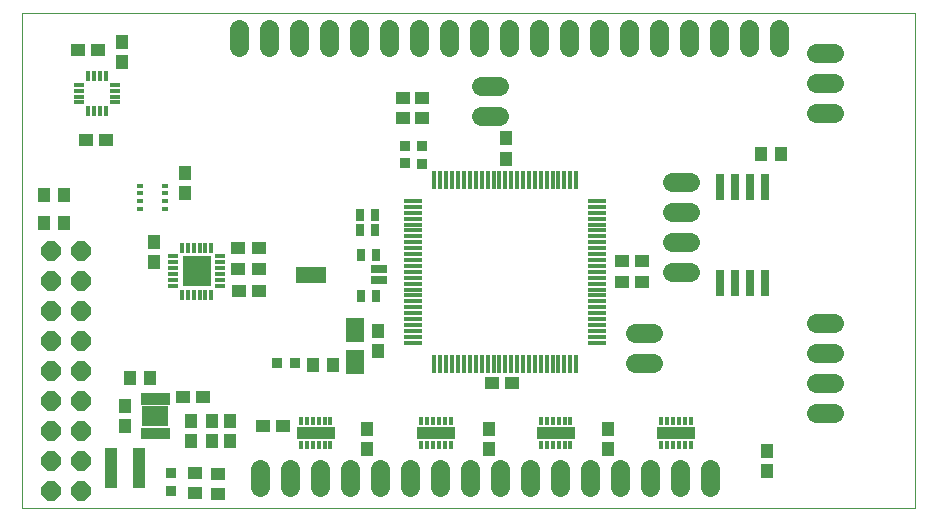
<source format=gts>
G75*
%MOIN*%
%OFA0B0*%
%FSLAX25Y25*%
%IPPOS*%
%LPD*%
%AMOC8*
5,1,8,0,0,1.08239X$1,22.5*
%
%ADD10C,0.00000*%
%ADD11R,0.04731X0.04337*%
%ADD12R,0.04337X0.04731*%
%ADD13R,0.06306X0.08077*%
%ADD14R,0.08865X0.06699*%
%ADD15C,0.00015*%
%ADD16C,0.01581*%
%ADD17R,0.04200X0.13600*%
%ADD18R,0.03550X0.03550*%
%ADD19R,0.01600X0.03000*%
%ADD20R,0.12600X0.04300*%
%ADD21C,0.06400*%
%ADD22R,0.01581X0.03550*%
%ADD23R,0.03550X0.01581*%
%ADD24R,0.03543X0.01575*%
%ADD25R,0.01575X0.03346*%
%ADD26R,0.09646X0.10433*%
%ADD27R,0.05912X0.01581*%
%ADD28R,0.01581X0.05912*%
%ADD29R,0.03156X0.03943*%
%ADD30R,0.05400X0.02900*%
%ADD31R,0.10400X0.05400*%
%ADD32R,0.02800X0.09100*%
%ADD33OC8,0.06400*%
%ADD34R,0.02369X0.01778*%
D10*
X0009878Y0004550D02*
X0009878Y0169550D01*
X0307378Y0169550D01*
X0307378Y0004550D01*
X0009878Y0004550D01*
X0050710Y0033206D02*
X0050712Y0033254D01*
X0050718Y0033302D01*
X0050728Y0033349D01*
X0050741Y0033395D01*
X0050759Y0033440D01*
X0050779Y0033484D01*
X0050804Y0033526D01*
X0050832Y0033565D01*
X0050862Y0033602D01*
X0050896Y0033636D01*
X0050933Y0033668D01*
X0050971Y0033697D01*
X0051012Y0033722D01*
X0051055Y0033744D01*
X0051100Y0033762D01*
X0051146Y0033776D01*
X0051193Y0033787D01*
X0051241Y0033794D01*
X0051289Y0033797D01*
X0051337Y0033796D01*
X0051385Y0033791D01*
X0051433Y0033782D01*
X0051479Y0033770D01*
X0051524Y0033753D01*
X0051568Y0033733D01*
X0051610Y0033710D01*
X0051650Y0033683D01*
X0051688Y0033653D01*
X0051723Y0033620D01*
X0051755Y0033584D01*
X0051785Y0033546D01*
X0051811Y0033505D01*
X0051833Y0033462D01*
X0051853Y0033418D01*
X0051868Y0033373D01*
X0051880Y0033326D01*
X0051888Y0033278D01*
X0051892Y0033230D01*
X0051892Y0033182D01*
X0051888Y0033134D01*
X0051880Y0033086D01*
X0051868Y0033039D01*
X0051853Y0032994D01*
X0051833Y0032950D01*
X0051811Y0032907D01*
X0051785Y0032866D01*
X0051755Y0032828D01*
X0051723Y0032792D01*
X0051688Y0032759D01*
X0051650Y0032729D01*
X0051610Y0032702D01*
X0051568Y0032679D01*
X0051524Y0032659D01*
X0051479Y0032642D01*
X0051433Y0032630D01*
X0051385Y0032621D01*
X0051337Y0032616D01*
X0051289Y0032615D01*
X0051241Y0032618D01*
X0051193Y0032625D01*
X0051146Y0032636D01*
X0051100Y0032650D01*
X0051055Y0032668D01*
X0051012Y0032690D01*
X0050971Y0032715D01*
X0050933Y0032744D01*
X0050896Y0032776D01*
X0050862Y0032810D01*
X0050832Y0032847D01*
X0050804Y0032886D01*
X0050779Y0032928D01*
X0050759Y0032972D01*
X0050741Y0033017D01*
X0050728Y0033063D01*
X0050718Y0033110D01*
X0050712Y0033158D01*
X0050710Y0033206D01*
X0053662Y0035175D02*
X0053664Y0035223D01*
X0053670Y0035271D01*
X0053680Y0035318D01*
X0053693Y0035364D01*
X0053711Y0035409D01*
X0053731Y0035453D01*
X0053756Y0035495D01*
X0053784Y0035534D01*
X0053814Y0035571D01*
X0053848Y0035605D01*
X0053885Y0035637D01*
X0053923Y0035666D01*
X0053964Y0035691D01*
X0054007Y0035713D01*
X0054052Y0035731D01*
X0054098Y0035745D01*
X0054145Y0035756D01*
X0054193Y0035763D01*
X0054241Y0035766D01*
X0054289Y0035765D01*
X0054337Y0035760D01*
X0054385Y0035751D01*
X0054431Y0035739D01*
X0054476Y0035722D01*
X0054520Y0035702D01*
X0054562Y0035679D01*
X0054602Y0035652D01*
X0054640Y0035622D01*
X0054675Y0035589D01*
X0054707Y0035553D01*
X0054737Y0035515D01*
X0054763Y0035474D01*
X0054785Y0035431D01*
X0054805Y0035387D01*
X0054820Y0035342D01*
X0054832Y0035295D01*
X0054840Y0035247D01*
X0054844Y0035199D01*
X0054844Y0035151D01*
X0054840Y0035103D01*
X0054832Y0035055D01*
X0054820Y0035008D01*
X0054805Y0034963D01*
X0054785Y0034919D01*
X0054763Y0034876D01*
X0054737Y0034835D01*
X0054707Y0034797D01*
X0054675Y0034761D01*
X0054640Y0034728D01*
X0054602Y0034698D01*
X0054562Y0034671D01*
X0054520Y0034648D01*
X0054476Y0034628D01*
X0054431Y0034611D01*
X0054385Y0034599D01*
X0054337Y0034590D01*
X0054289Y0034585D01*
X0054241Y0034584D01*
X0054193Y0034587D01*
X0054145Y0034594D01*
X0054098Y0034605D01*
X0054052Y0034619D01*
X0054007Y0034637D01*
X0053964Y0034659D01*
X0053923Y0034684D01*
X0053885Y0034713D01*
X0053848Y0034745D01*
X0053814Y0034779D01*
X0053784Y0034816D01*
X0053756Y0034855D01*
X0053731Y0034897D01*
X0053711Y0034941D01*
X0053693Y0034986D01*
X0053680Y0035032D01*
X0053670Y0035079D01*
X0053664Y0035127D01*
X0053662Y0035175D01*
X0050710Y0037144D02*
X0050712Y0037192D01*
X0050718Y0037240D01*
X0050728Y0037287D01*
X0050741Y0037333D01*
X0050759Y0037378D01*
X0050779Y0037422D01*
X0050804Y0037464D01*
X0050832Y0037503D01*
X0050862Y0037540D01*
X0050896Y0037574D01*
X0050933Y0037606D01*
X0050971Y0037635D01*
X0051012Y0037660D01*
X0051055Y0037682D01*
X0051100Y0037700D01*
X0051146Y0037714D01*
X0051193Y0037725D01*
X0051241Y0037732D01*
X0051289Y0037735D01*
X0051337Y0037734D01*
X0051385Y0037729D01*
X0051433Y0037720D01*
X0051479Y0037708D01*
X0051524Y0037691D01*
X0051568Y0037671D01*
X0051610Y0037648D01*
X0051650Y0037621D01*
X0051688Y0037591D01*
X0051723Y0037558D01*
X0051755Y0037522D01*
X0051785Y0037484D01*
X0051811Y0037443D01*
X0051833Y0037400D01*
X0051853Y0037356D01*
X0051868Y0037311D01*
X0051880Y0037264D01*
X0051888Y0037216D01*
X0051892Y0037168D01*
X0051892Y0037120D01*
X0051888Y0037072D01*
X0051880Y0037024D01*
X0051868Y0036977D01*
X0051853Y0036932D01*
X0051833Y0036888D01*
X0051811Y0036845D01*
X0051785Y0036804D01*
X0051755Y0036766D01*
X0051723Y0036730D01*
X0051688Y0036697D01*
X0051650Y0036667D01*
X0051610Y0036640D01*
X0051568Y0036617D01*
X0051524Y0036597D01*
X0051479Y0036580D01*
X0051433Y0036568D01*
X0051385Y0036559D01*
X0051337Y0036554D01*
X0051289Y0036553D01*
X0051241Y0036556D01*
X0051193Y0036563D01*
X0051146Y0036574D01*
X0051100Y0036588D01*
X0051055Y0036606D01*
X0051012Y0036628D01*
X0050971Y0036653D01*
X0050933Y0036682D01*
X0050896Y0036714D01*
X0050862Y0036748D01*
X0050832Y0036785D01*
X0050804Y0036824D01*
X0050779Y0036866D01*
X0050759Y0036910D01*
X0050741Y0036955D01*
X0050728Y0037001D01*
X0050718Y0037048D01*
X0050712Y0037096D01*
X0050710Y0037144D01*
X0056615Y0037144D02*
X0056617Y0037192D01*
X0056623Y0037240D01*
X0056633Y0037287D01*
X0056646Y0037333D01*
X0056664Y0037378D01*
X0056684Y0037422D01*
X0056709Y0037464D01*
X0056737Y0037503D01*
X0056767Y0037540D01*
X0056801Y0037574D01*
X0056838Y0037606D01*
X0056876Y0037635D01*
X0056917Y0037660D01*
X0056960Y0037682D01*
X0057005Y0037700D01*
X0057051Y0037714D01*
X0057098Y0037725D01*
X0057146Y0037732D01*
X0057194Y0037735D01*
X0057242Y0037734D01*
X0057290Y0037729D01*
X0057338Y0037720D01*
X0057384Y0037708D01*
X0057429Y0037691D01*
X0057473Y0037671D01*
X0057515Y0037648D01*
X0057555Y0037621D01*
X0057593Y0037591D01*
X0057628Y0037558D01*
X0057660Y0037522D01*
X0057690Y0037484D01*
X0057716Y0037443D01*
X0057738Y0037400D01*
X0057758Y0037356D01*
X0057773Y0037311D01*
X0057785Y0037264D01*
X0057793Y0037216D01*
X0057797Y0037168D01*
X0057797Y0037120D01*
X0057793Y0037072D01*
X0057785Y0037024D01*
X0057773Y0036977D01*
X0057758Y0036932D01*
X0057738Y0036888D01*
X0057716Y0036845D01*
X0057690Y0036804D01*
X0057660Y0036766D01*
X0057628Y0036730D01*
X0057593Y0036697D01*
X0057555Y0036667D01*
X0057515Y0036640D01*
X0057473Y0036617D01*
X0057429Y0036597D01*
X0057384Y0036580D01*
X0057338Y0036568D01*
X0057290Y0036559D01*
X0057242Y0036554D01*
X0057194Y0036553D01*
X0057146Y0036556D01*
X0057098Y0036563D01*
X0057051Y0036574D01*
X0057005Y0036588D01*
X0056960Y0036606D01*
X0056917Y0036628D01*
X0056876Y0036653D01*
X0056838Y0036682D01*
X0056801Y0036714D01*
X0056767Y0036748D01*
X0056737Y0036785D01*
X0056709Y0036824D01*
X0056684Y0036866D01*
X0056664Y0036910D01*
X0056646Y0036955D01*
X0056633Y0037001D01*
X0056623Y0037048D01*
X0056617Y0037096D01*
X0056615Y0037144D01*
X0056615Y0033206D02*
X0056617Y0033254D01*
X0056623Y0033302D01*
X0056633Y0033349D01*
X0056646Y0033395D01*
X0056664Y0033440D01*
X0056684Y0033484D01*
X0056709Y0033526D01*
X0056737Y0033565D01*
X0056767Y0033602D01*
X0056801Y0033636D01*
X0056838Y0033668D01*
X0056876Y0033697D01*
X0056917Y0033722D01*
X0056960Y0033744D01*
X0057005Y0033762D01*
X0057051Y0033776D01*
X0057098Y0033787D01*
X0057146Y0033794D01*
X0057194Y0033797D01*
X0057242Y0033796D01*
X0057290Y0033791D01*
X0057338Y0033782D01*
X0057384Y0033770D01*
X0057429Y0033753D01*
X0057473Y0033733D01*
X0057515Y0033710D01*
X0057555Y0033683D01*
X0057593Y0033653D01*
X0057628Y0033620D01*
X0057660Y0033584D01*
X0057690Y0033546D01*
X0057716Y0033505D01*
X0057738Y0033462D01*
X0057758Y0033418D01*
X0057773Y0033373D01*
X0057785Y0033326D01*
X0057793Y0033278D01*
X0057797Y0033230D01*
X0057797Y0033182D01*
X0057793Y0033134D01*
X0057785Y0033086D01*
X0057773Y0033039D01*
X0057758Y0032994D01*
X0057738Y0032950D01*
X0057716Y0032907D01*
X0057690Y0032866D01*
X0057660Y0032828D01*
X0057628Y0032792D01*
X0057593Y0032759D01*
X0057555Y0032729D01*
X0057515Y0032702D01*
X0057473Y0032679D01*
X0057429Y0032659D01*
X0057384Y0032642D01*
X0057338Y0032630D01*
X0057290Y0032621D01*
X0057242Y0032616D01*
X0057194Y0032615D01*
X0057146Y0032618D01*
X0057098Y0032625D01*
X0057051Y0032636D01*
X0057005Y0032650D01*
X0056960Y0032668D01*
X0056917Y0032690D01*
X0056876Y0032715D01*
X0056838Y0032744D01*
X0056801Y0032776D01*
X0056767Y0032810D01*
X0056737Y0032847D01*
X0056709Y0032886D01*
X0056684Y0032928D01*
X0056664Y0032972D01*
X0056646Y0033017D01*
X0056633Y0033063D01*
X0056623Y0033110D01*
X0056617Y0033158D01*
X0056615Y0033206D01*
D11*
X0063407Y0041425D03*
X0070100Y0041425D03*
X0090132Y0031850D03*
X0096825Y0031850D03*
X0075078Y0015896D03*
X0075078Y0009204D03*
X0067378Y0009279D03*
X0067378Y0015971D03*
X0166482Y0046000D03*
X0173175Y0046000D03*
X0209832Y0079750D03*
X0216525Y0079750D03*
X0216525Y0086650D03*
X0209832Y0086650D03*
X0142978Y0134504D03*
X0136778Y0134404D03*
X0136778Y0141096D03*
X0142978Y0141196D03*
X0088625Y0091050D03*
X0081932Y0091050D03*
X0081932Y0084250D03*
X0088625Y0084250D03*
X0088825Y0076650D03*
X0082132Y0076650D03*
X0037825Y0126950D03*
X0031132Y0126950D03*
X0028432Y0156950D03*
X0035125Y0156950D03*
D12*
X0043178Y0159696D03*
X0043178Y0153004D03*
X0064178Y0116196D03*
X0064178Y0109504D03*
X0053678Y0093096D03*
X0053678Y0086404D03*
X0023825Y0099450D03*
X0017132Y0099450D03*
X0017132Y0108650D03*
X0023825Y0108650D03*
X0106732Y0052250D03*
X0113425Y0052250D03*
X0128278Y0056704D03*
X0128278Y0063396D03*
X0079253Y0033521D03*
X0072953Y0033521D03*
X0066053Y0033521D03*
X0066053Y0026829D03*
X0072953Y0026829D03*
X0079253Y0026829D03*
X0052600Y0047675D03*
X0045907Y0047675D03*
X0044253Y0038521D03*
X0044253Y0031829D03*
X0124878Y0030796D03*
X0124878Y0024104D03*
X0165478Y0024104D03*
X0165478Y0030796D03*
X0205078Y0030796D03*
X0205078Y0024104D03*
X0258178Y0023496D03*
X0258178Y0016804D03*
X0171178Y0120904D03*
X0171178Y0127596D03*
X0256132Y0122450D03*
X0262825Y0122450D03*
D13*
X0120878Y0063863D03*
X0120878Y0053037D03*
D14*
X0054253Y0035175D03*
D15*
X0054997Y0031234D02*
X0054997Y0027600D01*
X0053509Y0027600D01*
X0053509Y0031234D01*
X0054997Y0031234D01*
X0054997Y0027614D02*
X0053509Y0027614D01*
X0053509Y0027628D02*
X0054997Y0027628D01*
X0054997Y0027642D02*
X0053509Y0027642D01*
X0053509Y0027656D02*
X0054997Y0027656D01*
X0054997Y0027670D02*
X0053509Y0027670D01*
X0053509Y0027684D02*
X0054997Y0027684D01*
X0054997Y0027698D02*
X0053509Y0027698D01*
X0053509Y0027712D02*
X0054997Y0027712D01*
X0054997Y0027726D02*
X0053509Y0027726D01*
X0053509Y0027740D02*
X0054997Y0027740D01*
X0054997Y0027754D02*
X0053509Y0027754D01*
X0053509Y0027768D02*
X0054997Y0027768D01*
X0054997Y0027782D02*
X0053509Y0027782D01*
X0053509Y0027796D02*
X0054997Y0027796D01*
X0054997Y0027810D02*
X0053509Y0027810D01*
X0053509Y0027824D02*
X0054997Y0027824D01*
X0054997Y0027838D02*
X0053509Y0027838D01*
X0053509Y0027852D02*
X0054997Y0027852D01*
X0054997Y0027866D02*
X0053509Y0027866D01*
X0053509Y0027880D02*
X0054997Y0027880D01*
X0054997Y0027894D02*
X0053509Y0027894D01*
X0053509Y0027908D02*
X0054997Y0027908D01*
X0054997Y0027922D02*
X0053509Y0027922D01*
X0053509Y0027936D02*
X0054997Y0027936D01*
X0054997Y0027950D02*
X0053509Y0027950D01*
X0053509Y0027964D02*
X0054997Y0027964D01*
X0054997Y0027978D02*
X0053509Y0027978D01*
X0053509Y0027992D02*
X0054997Y0027992D01*
X0054997Y0028006D02*
X0053509Y0028006D01*
X0053509Y0028020D02*
X0054997Y0028020D01*
X0054997Y0028034D02*
X0053509Y0028034D01*
X0053509Y0028048D02*
X0054997Y0028048D01*
X0054997Y0028062D02*
X0053509Y0028062D01*
X0053509Y0028076D02*
X0054997Y0028076D01*
X0054997Y0028090D02*
X0053509Y0028090D01*
X0053509Y0028104D02*
X0054997Y0028104D01*
X0054997Y0028118D02*
X0053509Y0028118D01*
X0053509Y0028132D02*
X0054997Y0028132D01*
X0054997Y0028146D02*
X0053509Y0028146D01*
X0053509Y0028160D02*
X0054997Y0028160D01*
X0054997Y0028174D02*
X0053509Y0028174D01*
X0053509Y0028188D02*
X0054997Y0028188D01*
X0054997Y0028202D02*
X0053509Y0028202D01*
X0053509Y0028216D02*
X0054997Y0028216D01*
X0054997Y0028230D02*
X0053509Y0028230D01*
X0053509Y0028244D02*
X0054997Y0028244D01*
X0054997Y0028258D02*
X0053509Y0028258D01*
X0053509Y0028272D02*
X0054997Y0028272D01*
X0054997Y0028286D02*
X0053509Y0028286D01*
X0053509Y0028300D02*
X0054997Y0028300D01*
X0054997Y0028314D02*
X0053509Y0028314D01*
X0053509Y0028328D02*
X0054997Y0028328D01*
X0054997Y0028342D02*
X0053509Y0028342D01*
X0053509Y0028356D02*
X0054997Y0028356D01*
X0054997Y0028370D02*
X0053509Y0028370D01*
X0053509Y0028384D02*
X0054997Y0028384D01*
X0054997Y0028398D02*
X0053509Y0028398D01*
X0053509Y0028412D02*
X0054997Y0028412D01*
X0054997Y0028426D02*
X0053509Y0028426D01*
X0053509Y0028440D02*
X0054997Y0028440D01*
X0054997Y0028454D02*
X0053509Y0028454D01*
X0053509Y0028468D02*
X0054997Y0028468D01*
X0054997Y0028482D02*
X0053509Y0028482D01*
X0053509Y0028496D02*
X0054997Y0028496D01*
X0054997Y0028510D02*
X0053509Y0028510D01*
X0053509Y0028524D02*
X0054997Y0028524D01*
X0054997Y0028538D02*
X0053509Y0028538D01*
X0053509Y0028552D02*
X0054997Y0028552D01*
X0054997Y0028566D02*
X0053509Y0028566D01*
X0053509Y0028580D02*
X0054997Y0028580D01*
X0054997Y0028594D02*
X0053509Y0028594D01*
X0053509Y0028608D02*
X0054997Y0028608D01*
X0054997Y0028622D02*
X0053509Y0028622D01*
X0053509Y0028636D02*
X0054997Y0028636D01*
X0054997Y0028650D02*
X0053509Y0028650D01*
X0053509Y0028664D02*
X0054997Y0028664D01*
X0054997Y0028678D02*
X0053509Y0028678D01*
X0053509Y0028692D02*
X0054997Y0028692D01*
X0054997Y0028706D02*
X0053509Y0028706D01*
X0053509Y0028720D02*
X0054997Y0028720D01*
X0054997Y0028734D02*
X0053509Y0028734D01*
X0053509Y0028748D02*
X0054997Y0028748D01*
X0054997Y0028762D02*
X0053509Y0028762D01*
X0053509Y0028776D02*
X0054997Y0028776D01*
X0054997Y0028790D02*
X0053509Y0028790D01*
X0053509Y0028804D02*
X0054997Y0028804D01*
X0054997Y0028818D02*
X0053509Y0028818D01*
X0053509Y0028832D02*
X0054997Y0028832D01*
X0054997Y0028846D02*
X0053509Y0028846D01*
X0053509Y0028860D02*
X0054997Y0028860D01*
X0054997Y0028874D02*
X0053509Y0028874D01*
X0053509Y0028888D02*
X0054997Y0028888D01*
X0054997Y0028902D02*
X0053509Y0028902D01*
X0053509Y0028916D02*
X0054997Y0028916D01*
X0054997Y0028930D02*
X0053509Y0028930D01*
X0053509Y0028944D02*
X0054997Y0028944D01*
X0054997Y0028958D02*
X0053509Y0028958D01*
X0053509Y0028972D02*
X0054997Y0028972D01*
X0054997Y0028986D02*
X0053509Y0028986D01*
X0053509Y0029000D02*
X0054997Y0029000D01*
X0054997Y0029014D02*
X0053509Y0029014D01*
X0053509Y0029028D02*
X0054997Y0029028D01*
X0054997Y0029042D02*
X0053509Y0029042D01*
X0053509Y0029056D02*
X0054997Y0029056D01*
X0054997Y0029070D02*
X0053509Y0029070D01*
X0053509Y0029084D02*
X0054997Y0029084D01*
X0054997Y0029098D02*
X0053509Y0029098D01*
X0053509Y0029112D02*
X0054997Y0029112D01*
X0054997Y0029126D02*
X0053509Y0029126D01*
X0053509Y0029140D02*
X0054997Y0029140D01*
X0054997Y0029154D02*
X0053509Y0029154D01*
X0053509Y0029168D02*
X0054997Y0029168D01*
X0054997Y0029182D02*
X0053509Y0029182D01*
X0053509Y0029196D02*
X0054997Y0029196D01*
X0054997Y0029210D02*
X0053509Y0029210D01*
X0053509Y0029224D02*
X0054997Y0029224D01*
X0054997Y0029238D02*
X0053509Y0029238D01*
X0053509Y0029252D02*
X0054997Y0029252D01*
X0054997Y0029266D02*
X0053509Y0029266D01*
X0053509Y0029280D02*
X0054997Y0029280D01*
X0054997Y0029294D02*
X0053509Y0029294D01*
X0053509Y0029308D02*
X0054997Y0029308D01*
X0054997Y0029322D02*
X0053509Y0029322D01*
X0053509Y0029336D02*
X0054997Y0029336D01*
X0054997Y0029350D02*
X0053509Y0029350D01*
X0053509Y0029364D02*
X0054997Y0029364D01*
X0054997Y0029378D02*
X0053509Y0029378D01*
X0053509Y0029392D02*
X0054997Y0029392D01*
X0054997Y0029406D02*
X0053509Y0029406D01*
X0053509Y0029420D02*
X0054997Y0029420D01*
X0054997Y0029434D02*
X0053509Y0029434D01*
X0053509Y0029448D02*
X0054997Y0029448D01*
X0054997Y0029462D02*
X0053509Y0029462D01*
X0053509Y0029476D02*
X0054997Y0029476D01*
X0054997Y0029490D02*
X0053509Y0029490D01*
X0053509Y0029504D02*
X0054997Y0029504D01*
X0054997Y0029518D02*
X0053509Y0029518D01*
X0053509Y0029532D02*
X0054997Y0029532D01*
X0054997Y0029546D02*
X0053509Y0029546D01*
X0053509Y0029560D02*
X0054997Y0029560D01*
X0054997Y0029574D02*
X0053509Y0029574D01*
X0053509Y0029588D02*
X0054997Y0029588D01*
X0054997Y0029602D02*
X0053509Y0029602D01*
X0053509Y0029616D02*
X0054997Y0029616D01*
X0054997Y0029630D02*
X0053509Y0029630D01*
X0053509Y0029644D02*
X0054997Y0029644D01*
X0054997Y0029658D02*
X0053509Y0029658D01*
X0053509Y0029672D02*
X0054997Y0029672D01*
X0054997Y0029686D02*
X0053509Y0029686D01*
X0053509Y0029700D02*
X0054997Y0029700D01*
X0054997Y0029714D02*
X0053509Y0029714D01*
X0053509Y0029728D02*
X0054997Y0029728D01*
X0054997Y0029742D02*
X0053509Y0029742D01*
X0053509Y0029756D02*
X0054997Y0029756D01*
X0054997Y0029770D02*
X0053509Y0029770D01*
X0053509Y0029784D02*
X0054997Y0029784D01*
X0054997Y0029798D02*
X0053509Y0029798D01*
X0053509Y0029812D02*
X0054997Y0029812D01*
X0054997Y0029826D02*
X0053509Y0029826D01*
X0053509Y0029840D02*
X0054997Y0029840D01*
X0054997Y0029854D02*
X0053509Y0029854D01*
X0053509Y0029868D02*
X0054997Y0029868D01*
X0054997Y0029882D02*
X0053509Y0029882D01*
X0053509Y0029896D02*
X0054997Y0029896D01*
X0054997Y0029910D02*
X0053509Y0029910D01*
X0053509Y0029924D02*
X0054997Y0029924D01*
X0054997Y0029938D02*
X0053509Y0029938D01*
X0053509Y0029952D02*
X0054997Y0029952D01*
X0054997Y0029966D02*
X0053509Y0029966D01*
X0053509Y0029980D02*
X0054997Y0029980D01*
X0054997Y0029994D02*
X0053509Y0029994D01*
X0053509Y0030008D02*
X0054997Y0030008D01*
X0054997Y0030022D02*
X0053509Y0030022D01*
X0053509Y0030036D02*
X0054997Y0030036D01*
X0054997Y0030050D02*
X0053509Y0030050D01*
X0053509Y0030064D02*
X0054997Y0030064D01*
X0054997Y0030078D02*
X0053509Y0030078D01*
X0053509Y0030092D02*
X0054997Y0030092D01*
X0054997Y0030106D02*
X0053509Y0030106D01*
X0053509Y0030120D02*
X0054997Y0030120D01*
X0054997Y0030134D02*
X0053509Y0030134D01*
X0053509Y0030148D02*
X0054997Y0030148D01*
X0054997Y0030162D02*
X0053509Y0030162D01*
X0053509Y0030176D02*
X0054997Y0030176D01*
X0054997Y0030190D02*
X0053509Y0030190D01*
X0053509Y0030204D02*
X0054997Y0030204D01*
X0054997Y0030218D02*
X0053509Y0030218D01*
X0053509Y0030232D02*
X0054997Y0030232D01*
X0054997Y0030246D02*
X0053509Y0030246D01*
X0053509Y0030260D02*
X0054997Y0030260D01*
X0054997Y0030274D02*
X0053509Y0030274D01*
X0053509Y0030288D02*
X0054997Y0030288D01*
X0054997Y0030302D02*
X0053509Y0030302D01*
X0053509Y0030316D02*
X0054997Y0030316D01*
X0054997Y0030330D02*
X0053509Y0030330D01*
X0053509Y0030344D02*
X0054997Y0030344D01*
X0054997Y0030358D02*
X0053509Y0030358D01*
X0053509Y0030372D02*
X0054997Y0030372D01*
X0054997Y0030386D02*
X0053509Y0030386D01*
X0053509Y0030400D02*
X0054997Y0030400D01*
X0054997Y0030414D02*
X0053509Y0030414D01*
X0053509Y0030428D02*
X0054997Y0030428D01*
X0054997Y0030442D02*
X0053509Y0030442D01*
X0053509Y0030456D02*
X0054997Y0030456D01*
X0054997Y0030470D02*
X0053509Y0030470D01*
X0053509Y0030484D02*
X0054997Y0030484D01*
X0054997Y0030498D02*
X0053509Y0030498D01*
X0053509Y0030512D02*
X0054997Y0030512D01*
X0054997Y0030526D02*
X0053509Y0030526D01*
X0053509Y0030540D02*
X0054997Y0030540D01*
X0054997Y0030554D02*
X0053509Y0030554D01*
X0053509Y0030568D02*
X0054997Y0030568D01*
X0054997Y0030582D02*
X0053509Y0030582D01*
X0053509Y0030596D02*
X0054997Y0030596D01*
X0054997Y0030610D02*
X0053509Y0030610D01*
X0053509Y0030624D02*
X0054997Y0030624D01*
X0054997Y0030638D02*
X0053509Y0030638D01*
X0053509Y0030652D02*
X0054997Y0030652D01*
X0054997Y0030666D02*
X0053509Y0030666D01*
X0053509Y0030680D02*
X0054997Y0030680D01*
X0054997Y0030694D02*
X0053509Y0030694D01*
X0053509Y0030708D02*
X0054997Y0030708D01*
X0054997Y0030722D02*
X0053509Y0030722D01*
X0053509Y0030736D02*
X0054997Y0030736D01*
X0054997Y0030750D02*
X0053509Y0030750D01*
X0053509Y0030764D02*
X0054997Y0030764D01*
X0054997Y0030778D02*
X0053509Y0030778D01*
X0053509Y0030792D02*
X0054997Y0030792D01*
X0054997Y0030806D02*
X0053509Y0030806D01*
X0053509Y0030820D02*
X0054997Y0030820D01*
X0054997Y0030834D02*
X0053509Y0030834D01*
X0053509Y0030848D02*
X0054997Y0030848D01*
X0054997Y0030862D02*
X0053509Y0030862D01*
X0053509Y0030876D02*
X0054997Y0030876D01*
X0054997Y0030890D02*
X0053509Y0030890D01*
X0053509Y0030904D02*
X0054997Y0030904D01*
X0054997Y0030918D02*
X0053509Y0030918D01*
X0053509Y0030932D02*
X0054997Y0030932D01*
X0054997Y0030946D02*
X0053509Y0030946D01*
X0053509Y0030960D02*
X0054997Y0030960D01*
X0054997Y0030974D02*
X0053509Y0030974D01*
X0053509Y0030988D02*
X0054997Y0030988D01*
X0054997Y0031002D02*
X0053509Y0031002D01*
X0053509Y0031016D02*
X0054997Y0031016D01*
X0054997Y0031030D02*
X0053509Y0031030D01*
X0053509Y0031044D02*
X0054997Y0031044D01*
X0054997Y0031058D02*
X0053509Y0031058D01*
X0053509Y0031072D02*
X0054997Y0031072D01*
X0054997Y0031086D02*
X0053509Y0031086D01*
X0053509Y0031100D02*
X0054997Y0031100D01*
X0054997Y0031114D02*
X0053509Y0031114D01*
X0053509Y0031128D02*
X0054997Y0031128D01*
X0054997Y0031142D02*
X0053509Y0031142D01*
X0053509Y0031156D02*
X0054997Y0031156D01*
X0054997Y0031170D02*
X0053509Y0031170D01*
X0053509Y0031184D02*
X0054997Y0031184D01*
X0054997Y0031198D02*
X0053509Y0031198D01*
X0053509Y0031212D02*
X0054997Y0031212D01*
X0054997Y0031226D02*
X0053509Y0031226D01*
X0053029Y0031234D02*
X0053029Y0027600D01*
X0051541Y0027600D01*
X0051541Y0031234D01*
X0053029Y0031234D01*
X0053029Y0027614D02*
X0051541Y0027614D01*
X0051541Y0027628D02*
X0053029Y0027628D01*
X0053029Y0027642D02*
X0051541Y0027642D01*
X0051541Y0027656D02*
X0053029Y0027656D01*
X0053029Y0027670D02*
X0051541Y0027670D01*
X0051541Y0027684D02*
X0053029Y0027684D01*
X0053029Y0027698D02*
X0051541Y0027698D01*
X0051541Y0027712D02*
X0053029Y0027712D01*
X0053029Y0027726D02*
X0051541Y0027726D01*
X0051541Y0027740D02*
X0053029Y0027740D01*
X0053029Y0027754D02*
X0051541Y0027754D01*
X0051541Y0027768D02*
X0053029Y0027768D01*
X0053029Y0027782D02*
X0051541Y0027782D01*
X0051541Y0027796D02*
X0053029Y0027796D01*
X0053029Y0027810D02*
X0051541Y0027810D01*
X0051541Y0027824D02*
X0053029Y0027824D01*
X0053029Y0027838D02*
X0051541Y0027838D01*
X0051541Y0027852D02*
X0053029Y0027852D01*
X0053029Y0027866D02*
X0051541Y0027866D01*
X0051541Y0027880D02*
X0053029Y0027880D01*
X0053029Y0027894D02*
X0051541Y0027894D01*
X0051541Y0027908D02*
X0053029Y0027908D01*
X0053029Y0027922D02*
X0051541Y0027922D01*
X0051541Y0027936D02*
X0053029Y0027936D01*
X0053029Y0027950D02*
X0051541Y0027950D01*
X0051541Y0027964D02*
X0053029Y0027964D01*
X0053029Y0027978D02*
X0051541Y0027978D01*
X0051541Y0027992D02*
X0053029Y0027992D01*
X0053029Y0028006D02*
X0051541Y0028006D01*
X0051541Y0028020D02*
X0053029Y0028020D01*
X0053029Y0028034D02*
X0051541Y0028034D01*
X0051541Y0028048D02*
X0053029Y0028048D01*
X0053029Y0028062D02*
X0051541Y0028062D01*
X0051541Y0028076D02*
X0053029Y0028076D01*
X0053029Y0028090D02*
X0051541Y0028090D01*
X0051541Y0028104D02*
X0053029Y0028104D01*
X0053029Y0028118D02*
X0051541Y0028118D01*
X0051541Y0028132D02*
X0053029Y0028132D01*
X0053029Y0028146D02*
X0051541Y0028146D01*
X0051541Y0028160D02*
X0053029Y0028160D01*
X0053029Y0028174D02*
X0051541Y0028174D01*
X0051541Y0028188D02*
X0053029Y0028188D01*
X0053029Y0028202D02*
X0051541Y0028202D01*
X0051541Y0028216D02*
X0053029Y0028216D01*
X0053029Y0028230D02*
X0051541Y0028230D01*
X0051541Y0028244D02*
X0053029Y0028244D01*
X0053029Y0028258D02*
X0051541Y0028258D01*
X0051541Y0028272D02*
X0053029Y0028272D01*
X0053029Y0028286D02*
X0051541Y0028286D01*
X0051541Y0028300D02*
X0053029Y0028300D01*
X0053029Y0028314D02*
X0051541Y0028314D01*
X0051541Y0028328D02*
X0053029Y0028328D01*
X0053029Y0028342D02*
X0051541Y0028342D01*
X0051541Y0028356D02*
X0053029Y0028356D01*
X0053029Y0028370D02*
X0051541Y0028370D01*
X0051541Y0028384D02*
X0053029Y0028384D01*
X0053029Y0028398D02*
X0051541Y0028398D01*
X0051541Y0028412D02*
X0053029Y0028412D01*
X0053029Y0028426D02*
X0051541Y0028426D01*
X0051541Y0028440D02*
X0053029Y0028440D01*
X0053029Y0028454D02*
X0051541Y0028454D01*
X0051541Y0028468D02*
X0053029Y0028468D01*
X0053029Y0028482D02*
X0051541Y0028482D01*
X0051541Y0028496D02*
X0053029Y0028496D01*
X0053029Y0028510D02*
X0051541Y0028510D01*
X0051541Y0028524D02*
X0053029Y0028524D01*
X0053029Y0028538D02*
X0051541Y0028538D01*
X0051541Y0028552D02*
X0053029Y0028552D01*
X0053029Y0028566D02*
X0051541Y0028566D01*
X0051541Y0028580D02*
X0053029Y0028580D01*
X0053029Y0028594D02*
X0051541Y0028594D01*
X0051541Y0028608D02*
X0053029Y0028608D01*
X0053029Y0028622D02*
X0051541Y0028622D01*
X0051541Y0028636D02*
X0053029Y0028636D01*
X0053029Y0028650D02*
X0051541Y0028650D01*
X0051541Y0028664D02*
X0053029Y0028664D01*
X0053029Y0028678D02*
X0051541Y0028678D01*
X0051541Y0028692D02*
X0053029Y0028692D01*
X0053029Y0028706D02*
X0051541Y0028706D01*
X0051541Y0028720D02*
X0053029Y0028720D01*
X0053029Y0028734D02*
X0051541Y0028734D01*
X0051541Y0028748D02*
X0053029Y0028748D01*
X0053029Y0028762D02*
X0051541Y0028762D01*
X0051541Y0028776D02*
X0053029Y0028776D01*
X0053029Y0028790D02*
X0051541Y0028790D01*
X0051541Y0028804D02*
X0053029Y0028804D01*
X0053029Y0028818D02*
X0051541Y0028818D01*
X0051541Y0028832D02*
X0053029Y0028832D01*
X0053029Y0028846D02*
X0051541Y0028846D01*
X0051541Y0028860D02*
X0053029Y0028860D01*
X0053029Y0028874D02*
X0051541Y0028874D01*
X0051541Y0028888D02*
X0053029Y0028888D01*
X0053029Y0028902D02*
X0051541Y0028902D01*
X0051541Y0028916D02*
X0053029Y0028916D01*
X0053029Y0028930D02*
X0051541Y0028930D01*
X0051541Y0028944D02*
X0053029Y0028944D01*
X0053029Y0028958D02*
X0051541Y0028958D01*
X0051541Y0028972D02*
X0053029Y0028972D01*
X0053029Y0028986D02*
X0051541Y0028986D01*
X0051541Y0029000D02*
X0053029Y0029000D01*
X0053029Y0029014D02*
X0051541Y0029014D01*
X0051541Y0029028D02*
X0053029Y0029028D01*
X0053029Y0029042D02*
X0051541Y0029042D01*
X0051541Y0029056D02*
X0053029Y0029056D01*
X0053029Y0029070D02*
X0051541Y0029070D01*
X0051541Y0029084D02*
X0053029Y0029084D01*
X0053029Y0029098D02*
X0051541Y0029098D01*
X0051541Y0029112D02*
X0053029Y0029112D01*
X0053029Y0029126D02*
X0051541Y0029126D01*
X0051541Y0029140D02*
X0053029Y0029140D01*
X0053029Y0029154D02*
X0051541Y0029154D01*
X0051541Y0029168D02*
X0053029Y0029168D01*
X0053029Y0029182D02*
X0051541Y0029182D01*
X0051541Y0029196D02*
X0053029Y0029196D01*
X0053029Y0029210D02*
X0051541Y0029210D01*
X0051541Y0029224D02*
X0053029Y0029224D01*
X0053029Y0029238D02*
X0051541Y0029238D01*
X0051541Y0029252D02*
X0053029Y0029252D01*
X0053029Y0029266D02*
X0051541Y0029266D01*
X0051541Y0029280D02*
X0053029Y0029280D01*
X0053029Y0029294D02*
X0051541Y0029294D01*
X0051541Y0029308D02*
X0053029Y0029308D01*
X0053029Y0029322D02*
X0051541Y0029322D01*
X0051541Y0029336D02*
X0053029Y0029336D01*
X0053029Y0029350D02*
X0051541Y0029350D01*
X0051541Y0029364D02*
X0053029Y0029364D01*
X0053029Y0029378D02*
X0051541Y0029378D01*
X0051541Y0029392D02*
X0053029Y0029392D01*
X0053029Y0029406D02*
X0051541Y0029406D01*
X0051541Y0029420D02*
X0053029Y0029420D01*
X0053029Y0029434D02*
X0051541Y0029434D01*
X0051541Y0029448D02*
X0053029Y0029448D01*
X0053029Y0029462D02*
X0051541Y0029462D01*
X0051541Y0029476D02*
X0053029Y0029476D01*
X0053029Y0029490D02*
X0051541Y0029490D01*
X0051541Y0029504D02*
X0053029Y0029504D01*
X0053029Y0029518D02*
X0051541Y0029518D01*
X0051541Y0029532D02*
X0053029Y0029532D01*
X0053029Y0029546D02*
X0051541Y0029546D01*
X0051541Y0029560D02*
X0053029Y0029560D01*
X0053029Y0029574D02*
X0051541Y0029574D01*
X0051541Y0029588D02*
X0053029Y0029588D01*
X0053029Y0029602D02*
X0051541Y0029602D01*
X0051541Y0029616D02*
X0053029Y0029616D01*
X0053029Y0029630D02*
X0051541Y0029630D01*
X0051541Y0029644D02*
X0053029Y0029644D01*
X0053029Y0029658D02*
X0051541Y0029658D01*
X0051541Y0029672D02*
X0053029Y0029672D01*
X0053029Y0029686D02*
X0051541Y0029686D01*
X0051541Y0029700D02*
X0053029Y0029700D01*
X0053029Y0029714D02*
X0051541Y0029714D01*
X0051541Y0029728D02*
X0053029Y0029728D01*
X0053029Y0029742D02*
X0051541Y0029742D01*
X0051541Y0029756D02*
X0053029Y0029756D01*
X0053029Y0029770D02*
X0051541Y0029770D01*
X0051541Y0029784D02*
X0053029Y0029784D01*
X0053029Y0029798D02*
X0051541Y0029798D01*
X0051541Y0029812D02*
X0053029Y0029812D01*
X0053029Y0029826D02*
X0051541Y0029826D01*
X0051541Y0029840D02*
X0053029Y0029840D01*
X0053029Y0029854D02*
X0051541Y0029854D01*
X0051541Y0029868D02*
X0053029Y0029868D01*
X0053029Y0029882D02*
X0051541Y0029882D01*
X0051541Y0029896D02*
X0053029Y0029896D01*
X0053029Y0029910D02*
X0051541Y0029910D01*
X0051541Y0029924D02*
X0053029Y0029924D01*
X0053029Y0029938D02*
X0051541Y0029938D01*
X0051541Y0029952D02*
X0053029Y0029952D01*
X0053029Y0029966D02*
X0051541Y0029966D01*
X0051541Y0029980D02*
X0053029Y0029980D01*
X0053029Y0029994D02*
X0051541Y0029994D01*
X0051541Y0030008D02*
X0053029Y0030008D01*
X0053029Y0030022D02*
X0051541Y0030022D01*
X0051541Y0030036D02*
X0053029Y0030036D01*
X0053029Y0030050D02*
X0051541Y0030050D01*
X0051541Y0030064D02*
X0053029Y0030064D01*
X0053029Y0030078D02*
X0051541Y0030078D01*
X0051541Y0030092D02*
X0053029Y0030092D01*
X0053029Y0030106D02*
X0051541Y0030106D01*
X0051541Y0030120D02*
X0053029Y0030120D01*
X0053029Y0030134D02*
X0051541Y0030134D01*
X0051541Y0030148D02*
X0053029Y0030148D01*
X0053029Y0030162D02*
X0051541Y0030162D01*
X0051541Y0030176D02*
X0053029Y0030176D01*
X0053029Y0030190D02*
X0051541Y0030190D01*
X0051541Y0030204D02*
X0053029Y0030204D01*
X0053029Y0030218D02*
X0051541Y0030218D01*
X0051541Y0030232D02*
X0053029Y0030232D01*
X0053029Y0030246D02*
X0051541Y0030246D01*
X0051541Y0030260D02*
X0053029Y0030260D01*
X0053029Y0030274D02*
X0051541Y0030274D01*
X0051541Y0030288D02*
X0053029Y0030288D01*
X0053029Y0030302D02*
X0051541Y0030302D01*
X0051541Y0030316D02*
X0053029Y0030316D01*
X0053029Y0030330D02*
X0051541Y0030330D01*
X0051541Y0030344D02*
X0053029Y0030344D01*
X0053029Y0030358D02*
X0051541Y0030358D01*
X0051541Y0030372D02*
X0053029Y0030372D01*
X0053029Y0030386D02*
X0051541Y0030386D01*
X0051541Y0030400D02*
X0053029Y0030400D01*
X0053029Y0030414D02*
X0051541Y0030414D01*
X0051541Y0030428D02*
X0053029Y0030428D01*
X0053029Y0030442D02*
X0051541Y0030442D01*
X0051541Y0030456D02*
X0053029Y0030456D01*
X0053029Y0030470D02*
X0051541Y0030470D01*
X0051541Y0030484D02*
X0053029Y0030484D01*
X0053029Y0030498D02*
X0051541Y0030498D01*
X0051541Y0030512D02*
X0053029Y0030512D01*
X0053029Y0030526D02*
X0051541Y0030526D01*
X0051541Y0030540D02*
X0053029Y0030540D01*
X0053029Y0030554D02*
X0051541Y0030554D01*
X0051541Y0030568D02*
X0053029Y0030568D01*
X0053029Y0030582D02*
X0051541Y0030582D01*
X0051541Y0030596D02*
X0053029Y0030596D01*
X0053029Y0030610D02*
X0051541Y0030610D01*
X0051541Y0030624D02*
X0053029Y0030624D01*
X0053029Y0030638D02*
X0051541Y0030638D01*
X0051541Y0030652D02*
X0053029Y0030652D01*
X0053029Y0030666D02*
X0051541Y0030666D01*
X0051541Y0030680D02*
X0053029Y0030680D01*
X0053029Y0030694D02*
X0051541Y0030694D01*
X0051541Y0030708D02*
X0053029Y0030708D01*
X0053029Y0030722D02*
X0051541Y0030722D01*
X0051541Y0030736D02*
X0053029Y0030736D01*
X0053029Y0030750D02*
X0051541Y0030750D01*
X0051541Y0030764D02*
X0053029Y0030764D01*
X0053029Y0030778D02*
X0051541Y0030778D01*
X0051541Y0030792D02*
X0053029Y0030792D01*
X0053029Y0030806D02*
X0051541Y0030806D01*
X0051541Y0030820D02*
X0053029Y0030820D01*
X0053029Y0030834D02*
X0051541Y0030834D01*
X0051541Y0030848D02*
X0053029Y0030848D01*
X0053029Y0030862D02*
X0051541Y0030862D01*
X0051541Y0030876D02*
X0053029Y0030876D01*
X0053029Y0030890D02*
X0051541Y0030890D01*
X0051541Y0030904D02*
X0053029Y0030904D01*
X0053029Y0030918D02*
X0051541Y0030918D01*
X0051541Y0030932D02*
X0053029Y0030932D01*
X0053029Y0030946D02*
X0051541Y0030946D01*
X0051541Y0030960D02*
X0053029Y0030960D01*
X0053029Y0030974D02*
X0051541Y0030974D01*
X0051541Y0030988D02*
X0053029Y0030988D01*
X0053029Y0031002D02*
X0051541Y0031002D01*
X0051541Y0031016D02*
X0053029Y0031016D01*
X0053029Y0031030D02*
X0051541Y0031030D01*
X0051541Y0031044D02*
X0053029Y0031044D01*
X0053029Y0031058D02*
X0051541Y0031058D01*
X0051541Y0031072D02*
X0053029Y0031072D01*
X0053029Y0031086D02*
X0051541Y0031086D01*
X0051541Y0031100D02*
X0053029Y0031100D01*
X0053029Y0031114D02*
X0051541Y0031114D01*
X0051541Y0031128D02*
X0053029Y0031128D01*
X0053029Y0031142D02*
X0051541Y0031142D01*
X0051541Y0031156D02*
X0053029Y0031156D01*
X0053029Y0031170D02*
X0051541Y0031170D01*
X0051541Y0031184D02*
X0053029Y0031184D01*
X0053029Y0031198D02*
X0051541Y0031198D01*
X0051541Y0031212D02*
X0053029Y0031212D01*
X0053029Y0031226D02*
X0051541Y0031226D01*
X0051060Y0031234D02*
X0051060Y0027600D01*
X0049572Y0027600D01*
X0049572Y0031234D01*
X0051060Y0031234D01*
X0051060Y0027614D02*
X0049572Y0027614D01*
X0049572Y0027628D02*
X0051060Y0027628D01*
X0051060Y0027642D02*
X0049572Y0027642D01*
X0049572Y0027656D02*
X0051060Y0027656D01*
X0051060Y0027670D02*
X0049572Y0027670D01*
X0049572Y0027684D02*
X0051060Y0027684D01*
X0051060Y0027698D02*
X0049572Y0027698D01*
X0049572Y0027712D02*
X0051060Y0027712D01*
X0051060Y0027726D02*
X0049572Y0027726D01*
X0049572Y0027740D02*
X0051060Y0027740D01*
X0051060Y0027754D02*
X0049572Y0027754D01*
X0049572Y0027768D02*
X0051060Y0027768D01*
X0051060Y0027782D02*
X0049572Y0027782D01*
X0049572Y0027796D02*
X0051060Y0027796D01*
X0051060Y0027810D02*
X0049572Y0027810D01*
X0049572Y0027824D02*
X0051060Y0027824D01*
X0051060Y0027838D02*
X0049572Y0027838D01*
X0049572Y0027852D02*
X0051060Y0027852D01*
X0051060Y0027866D02*
X0049572Y0027866D01*
X0049572Y0027880D02*
X0051060Y0027880D01*
X0051060Y0027894D02*
X0049572Y0027894D01*
X0049572Y0027908D02*
X0051060Y0027908D01*
X0051060Y0027922D02*
X0049572Y0027922D01*
X0049572Y0027936D02*
X0051060Y0027936D01*
X0051060Y0027950D02*
X0049572Y0027950D01*
X0049572Y0027964D02*
X0051060Y0027964D01*
X0051060Y0027978D02*
X0049572Y0027978D01*
X0049572Y0027992D02*
X0051060Y0027992D01*
X0051060Y0028006D02*
X0049572Y0028006D01*
X0049572Y0028020D02*
X0051060Y0028020D01*
X0051060Y0028034D02*
X0049572Y0028034D01*
X0049572Y0028048D02*
X0051060Y0028048D01*
X0051060Y0028062D02*
X0049572Y0028062D01*
X0049572Y0028076D02*
X0051060Y0028076D01*
X0051060Y0028090D02*
X0049572Y0028090D01*
X0049572Y0028104D02*
X0051060Y0028104D01*
X0051060Y0028118D02*
X0049572Y0028118D01*
X0049572Y0028132D02*
X0051060Y0028132D01*
X0051060Y0028146D02*
X0049572Y0028146D01*
X0049572Y0028160D02*
X0051060Y0028160D01*
X0051060Y0028174D02*
X0049572Y0028174D01*
X0049572Y0028188D02*
X0051060Y0028188D01*
X0051060Y0028202D02*
X0049572Y0028202D01*
X0049572Y0028216D02*
X0051060Y0028216D01*
X0051060Y0028230D02*
X0049572Y0028230D01*
X0049572Y0028244D02*
X0051060Y0028244D01*
X0051060Y0028258D02*
X0049572Y0028258D01*
X0049572Y0028272D02*
X0051060Y0028272D01*
X0051060Y0028286D02*
X0049572Y0028286D01*
X0049572Y0028300D02*
X0051060Y0028300D01*
X0051060Y0028314D02*
X0049572Y0028314D01*
X0049572Y0028328D02*
X0051060Y0028328D01*
X0051060Y0028342D02*
X0049572Y0028342D01*
X0049572Y0028356D02*
X0051060Y0028356D01*
X0051060Y0028370D02*
X0049572Y0028370D01*
X0049572Y0028384D02*
X0051060Y0028384D01*
X0051060Y0028398D02*
X0049572Y0028398D01*
X0049572Y0028412D02*
X0051060Y0028412D01*
X0051060Y0028426D02*
X0049572Y0028426D01*
X0049572Y0028440D02*
X0051060Y0028440D01*
X0051060Y0028454D02*
X0049572Y0028454D01*
X0049572Y0028468D02*
X0051060Y0028468D01*
X0051060Y0028482D02*
X0049572Y0028482D01*
X0049572Y0028496D02*
X0051060Y0028496D01*
X0051060Y0028510D02*
X0049572Y0028510D01*
X0049572Y0028524D02*
X0051060Y0028524D01*
X0051060Y0028538D02*
X0049572Y0028538D01*
X0049572Y0028552D02*
X0051060Y0028552D01*
X0051060Y0028566D02*
X0049572Y0028566D01*
X0049572Y0028580D02*
X0051060Y0028580D01*
X0051060Y0028594D02*
X0049572Y0028594D01*
X0049572Y0028608D02*
X0051060Y0028608D01*
X0051060Y0028622D02*
X0049572Y0028622D01*
X0049572Y0028636D02*
X0051060Y0028636D01*
X0051060Y0028650D02*
X0049572Y0028650D01*
X0049572Y0028664D02*
X0051060Y0028664D01*
X0051060Y0028678D02*
X0049572Y0028678D01*
X0049572Y0028692D02*
X0051060Y0028692D01*
X0051060Y0028706D02*
X0049572Y0028706D01*
X0049572Y0028720D02*
X0051060Y0028720D01*
X0051060Y0028734D02*
X0049572Y0028734D01*
X0049572Y0028748D02*
X0051060Y0028748D01*
X0051060Y0028762D02*
X0049572Y0028762D01*
X0049572Y0028776D02*
X0051060Y0028776D01*
X0051060Y0028790D02*
X0049572Y0028790D01*
X0049572Y0028804D02*
X0051060Y0028804D01*
X0051060Y0028818D02*
X0049572Y0028818D01*
X0049572Y0028832D02*
X0051060Y0028832D01*
X0051060Y0028846D02*
X0049572Y0028846D01*
X0049572Y0028860D02*
X0051060Y0028860D01*
X0051060Y0028874D02*
X0049572Y0028874D01*
X0049572Y0028888D02*
X0051060Y0028888D01*
X0051060Y0028902D02*
X0049572Y0028902D01*
X0049572Y0028916D02*
X0051060Y0028916D01*
X0051060Y0028930D02*
X0049572Y0028930D01*
X0049572Y0028944D02*
X0051060Y0028944D01*
X0051060Y0028958D02*
X0049572Y0028958D01*
X0049572Y0028972D02*
X0051060Y0028972D01*
X0051060Y0028986D02*
X0049572Y0028986D01*
X0049572Y0029000D02*
X0051060Y0029000D01*
X0051060Y0029014D02*
X0049572Y0029014D01*
X0049572Y0029028D02*
X0051060Y0029028D01*
X0051060Y0029042D02*
X0049572Y0029042D01*
X0049572Y0029056D02*
X0051060Y0029056D01*
X0051060Y0029070D02*
X0049572Y0029070D01*
X0049572Y0029084D02*
X0051060Y0029084D01*
X0051060Y0029098D02*
X0049572Y0029098D01*
X0049572Y0029112D02*
X0051060Y0029112D01*
X0051060Y0029126D02*
X0049572Y0029126D01*
X0049572Y0029140D02*
X0051060Y0029140D01*
X0051060Y0029154D02*
X0049572Y0029154D01*
X0049572Y0029168D02*
X0051060Y0029168D01*
X0051060Y0029182D02*
X0049572Y0029182D01*
X0049572Y0029196D02*
X0051060Y0029196D01*
X0051060Y0029210D02*
X0049572Y0029210D01*
X0049572Y0029224D02*
X0051060Y0029224D01*
X0051060Y0029238D02*
X0049572Y0029238D01*
X0049572Y0029252D02*
X0051060Y0029252D01*
X0051060Y0029266D02*
X0049572Y0029266D01*
X0049572Y0029280D02*
X0051060Y0029280D01*
X0051060Y0029294D02*
X0049572Y0029294D01*
X0049572Y0029308D02*
X0051060Y0029308D01*
X0051060Y0029322D02*
X0049572Y0029322D01*
X0049572Y0029336D02*
X0051060Y0029336D01*
X0051060Y0029350D02*
X0049572Y0029350D01*
X0049572Y0029364D02*
X0051060Y0029364D01*
X0051060Y0029378D02*
X0049572Y0029378D01*
X0049572Y0029392D02*
X0051060Y0029392D01*
X0051060Y0029406D02*
X0049572Y0029406D01*
X0049572Y0029420D02*
X0051060Y0029420D01*
X0051060Y0029434D02*
X0049572Y0029434D01*
X0049572Y0029448D02*
X0051060Y0029448D01*
X0051060Y0029462D02*
X0049572Y0029462D01*
X0049572Y0029476D02*
X0051060Y0029476D01*
X0051060Y0029490D02*
X0049572Y0029490D01*
X0049572Y0029504D02*
X0051060Y0029504D01*
X0051060Y0029518D02*
X0049572Y0029518D01*
X0049572Y0029532D02*
X0051060Y0029532D01*
X0051060Y0029546D02*
X0049572Y0029546D01*
X0049572Y0029560D02*
X0051060Y0029560D01*
X0051060Y0029574D02*
X0049572Y0029574D01*
X0049572Y0029588D02*
X0051060Y0029588D01*
X0051060Y0029602D02*
X0049572Y0029602D01*
X0049572Y0029616D02*
X0051060Y0029616D01*
X0051060Y0029630D02*
X0049572Y0029630D01*
X0049572Y0029644D02*
X0051060Y0029644D01*
X0051060Y0029658D02*
X0049572Y0029658D01*
X0049572Y0029672D02*
X0051060Y0029672D01*
X0051060Y0029686D02*
X0049572Y0029686D01*
X0049572Y0029700D02*
X0051060Y0029700D01*
X0051060Y0029714D02*
X0049572Y0029714D01*
X0049572Y0029728D02*
X0051060Y0029728D01*
X0051060Y0029742D02*
X0049572Y0029742D01*
X0049572Y0029756D02*
X0051060Y0029756D01*
X0051060Y0029770D02*
X0049572Y0029770D01*
X0049572Y0029784D02*
X0051060Y0029784D01*
X0051060Y0029798D02*
X0049572Y0029798D01*
X0049572Y0029812D02*
X0051060Y0029812D01*
X0051060Y0029826D02*
X0049572Y0029826D01*
X0049572Y0029840D02*
X0051060Y0029840D01*
X0051060Y0029854D02*
X0049572Y0029854D01*
X0049572Y0029868D02*
X0051060Y0029868D01*
X0051060Y0029882D02*
X0049572Y0029882D01*
X0049572Y0029896D02*
X0051060Y0029896D01*
X0051060Y0029910D02*
X0049572Y0029910D01*
X0049572Y0029924D02*
X0051060Y0029924D01*
X0051060Y0029938D02*
X0049572Y0029938D01*
X0049572Y0029952D02*
X0051060Y0029952D01*
X0051060Y0029966D02*
X0049572Y0029966D01*
X0049572Y0029980D02*
X0051060Y0029980D01*
X0051060Y0029994D02*
X0049572Y0029994D01*
X0049572Y0030008D02*
X0051060Y0030008D01*
X0051060Y0030022D02*
X0049572Y0030022D01*
X0049572Y0030036D02*
X0051060Y0030036D01*
X0051060Y0030050D02*
X0049572Y0030050D01*
X0049572Y0030064D02*
X0051060Y0030064D01*
X0051060Y0030078D02*
X0049572Y0030078D01*
X0049572Y0030092D02*
X0051060Y0030092D01*
X0051060Y0030106D02*
X0049572Y0030106D01*
X0049572Y0030120D02*
X0051060Y0030120D01*
X0051060Y0030134D02*
X0049572Y0030134D01*
X0049572Y0030148D02*
X0051060Y0030148D01*
X0051060Y0030162D02*
X0049572Y0030162D01*
X0049572Y0030176D02*
X0051060Y0030176D01*
X0051060Y0030190D02*
X0049572Y0030190D01*
X0049572Y0030204D02*
X0051060Y0030204D01*
X0051060Y0030218D02*
X0049572Y0030218D01*
X0049572Y0030232D02*
X0051060Y0030232D01*
X0051060Y0030246D02*
X0049572Y0030246D01*
X0049572Y0030260D02*
X0051060Y0030260D01*
X0051060Y0030274D02*
X0049572Y0030274D01*
X0049572Y0030288D02*
X0051060Y0030288D01*
X0051060Y0030302D02*
X0049572Y0030302D01*
X0049572Y0030316D02*
X0051060Y0030316D01*
X0051060Y0030330D02*
X0049572Y0030330D01*
X0049572Y0030344D02*
X0051060Y0030344D01*
X0051060Y0030358D02*
X0049572Y0030358D01*
X0049572Y0030372D02*
X0051060Y0030372D01*
X0051060Y0030386D02*
X0049572Y0030386D01*
X0049572Y0030400D02*
X0051060Y0030400D01*
X0051060Y0030414D02*
X0049572Y0030414D01*
X0049572Y0030428D02*
X0051060Y0030428D01*
X0051060Y0030442D02*
X0049572Y0030442D01*
X0049572Y0030456D02*
X0051060Y0030456D01*
X0051060Y0030470D02*
X0049572Y0030470D01*
X0049572Y0030484D02*
X0051060Y0030484D01*
X0051060Y0030498D02*
X0049572Y0030498D01*
X0049572Y0030512D02*
X0051060Y0030512D01*
X0051060Y0030526D02*
X0049572Y0030526D01*
X0049572Y0030540D02*
X0051060Y0030540D01*
X0051060Y0030554D02*
X0049572Y0030554D01*
X0049572Y0030568D02*
X0051060Y0030568D01*
X0051060Y0030582D02*
X0049572Y0030582D01*
X0049572Y0030596D02*
X0051060Y0030596D01*
X0051060Y0030610D02*
X0049572Y0030610D01*
X0049572Y0030624D02*
X0051060Y0030624D01*
X0051060Y0030638D02*
X0049572Y0030638D01*
X0049572Y0030652D02*
X0051060Y0030652D01*
X0051060Y0030666D02*
X0049572Y0030666D01*
X0049572Y0030680D02*
X0051060Y0030680D01*
X0051060Y0030694D02*
X0049572Y0030694D01*
X0049572Y0030708D02*
X0051060Y0030708D01*
X0051060Y0030722D02*
X0049572Y0030722D01*
X0049572Y0030736D02*
X0051060Y0030736D01*
X0051060Y0030750D02*
X0049572Y0030750D01*
X0049572Y0030764D02*
X0051060Y0030764D01*
X0051060Y0030778D02*
X0049572Y0030778D01*
X0049572Y0030792D02*
X0051060Y0030792D01*
X0051060Y0030806D02*
X0049572Y0030806D01*
X0049572Y0030820D02*
X0051060Y0030820D01*
X0051060Y0030834D02*
X0049572Y0030834D01*
X0049572Y0030848D02*
X0051060Y0030848D01*
X0051060Y0030862D02*
X0049572Y0030862D01*
X0049572Y0030876D02*
X0051060Y0030876D01*
X0051060Y0030890D02*
X0049572Y0030890D01*
X0049572Y0030904D02*
X0051060Y0030904D01*
X0051060Y0030918D02*
X0049572Y0030918D01*
X0049572Y0030932D02*
X0051060Y0030932D01*
X0051060Y0030946D02*
X0049572Y0030946D01*
X0049572Y0030960D02*
X0051060Y0030960D01*
X0051060Y0030974D02*
X0049572Y0030974D01*
X0049572Y0030988D02*
X0051060Y0030988D01*
X0051060Y0031002D02*
X0049572Y0031002D01*
X0049572Y0031016D02*
X0051060Y0031016D01*
X0051060Y0031030D02*
X0049572Y0031030D01*
X0049572Y0031044D02*
X0051060Y0031044D01*
X0051060Y0031058D02*
X0049572Y0031058D01*
X0049572Y0031072D02*
X0051060Y0031072D01*
X0051060Y0031086D02*
X0049572Y0031086D01*
X0049572Y0031100D02*
X0051060Y0031100D01*
X0051060Y0031114D02*
X0049572Y0031114D01*
X0049572Y0031128D02*
X0051060Y0031128D01*
X0051060Y0031142D02*
X0049572Y0031142D01*
X0049572Y0031156D02*
X0051060Y0031156D01*
X0051060Y0031170D02*
X0049572Y0031170D01*
X0049572Y0031184D02*
X0051060Y0031184D01*
X0051060Y0031198D02*
X0049572Y0031198D01*
X0049572Y0031212D02*
X0051060Y0031212D01*
X0051060Y0031226D02*
X0049572Y0031226D01*
X0056966Y0031234D02*
X0056966Y0027600D01*
X0055478Y0027600D01*
X0055478Y0031234D01*
X0056966Y0031234D01*
X0056966Y0027614D02*
X0055478Y0027614D01*
X0055478Y0027628D02*
X0056966Y0027628D01*
X0056966Y0027642D02*
X0055478Y0027642D01*
X0055478Y0027656D02*
X0056966Y0027656D01*
X0056966Y0027670D02*
X0055478Y0027670D01*
X0055478Y0027684D02*
X0056966Y0027684D01*
X0056966Y0027698D02*
X0055478Y0027698D01*
X0055478Y0027712D02*
X0056966Y0027712D01*
X0056966Y0027726D02*
X0055478Y0027726D01*
X0055478Y0027740D02*
X0056966Y0027740D01*
X0056966Y0027754D02*
X0055478Y0027754D01*
X0055478Y0027768D02*
X0056966Y0027768D01*
X0056966Y0027782D02*
X0055478Y0027782D01*
X0055478Y0027796D02*
X0056966Y0027796D01*
X0056966Y0027810D02*
X0055478Y0027810D01*
X0055478Y0027824D02*
X0056966Y0027824D01*
X0056966Y0027838D02*
X0055478Y0027838D01*
X0055478Y0027852D02*
X0056966Y0027852D01*
X0056966Y0027866D02*
X0055478Y0027866D01*
X0055478Y0027880D02*
X0056966Y0027880D01*
X0056966Y0027894D02*
X0055478Y0027894D01*
X0055478Y0027908D02*
X0056966Y0027908D01*
X0056966Y0027922D02*
X0055478Y0027922D01*
X0055478Y0027936D02*
X0056966Y0027936D01*
X0056966Y0027950D02*
X0055478Y0027950D01*
X0055478Y0027964D02*
X0056966Y0027964D01*
X0056966Y0027978D02*
X0055478Y0027978D01*
X0055478Y0027992D02*
X0056966Y0027992D01*
X0056966Y0028006D02*
X0055478Y0028006D01*
X0055478Y0028020D02*
X0056966Y0028020D01*
X0056966Y0028034D02*
X0055478Y0028034D01*
X0055478Y0028048D02*
X0056966Y0028048D01*
X0056966Y0028062D02*
X0055478Y0028062D01*
X0055478Y0028076D02*
X0056966Y0028076D01*
X0056966Y0028090D02*
X0055478Y0028090D01*
X0055478Y0028104D02*
X0056966Y0028104D01*
X0056966Y0028118D02*
X0055478Y0028118D01*
X0055478Y0028132D02*
X0056966Y0028132D01*
X0056966Y0028146D02*
X0055478Y0028146D01*
X0055478Y0028160D02*
X0056966Y0028160D01*
X0056966Y0028174D02*
X0055478Y0028174D01*
X0055478Y0028188D02*
X0056966Y0028188D01*
X0056966Y0028202D02*
X0055478Y0028202D01*
X0055478Y0028216D02*
X0056966Y0028216D01*
X0056966Y0028230D02*
X0055478Y0028230D01*
X0055478Y0028244D02*
X0056966Y0028244D01*
X0056966Y0028258D02*
X0055478Y0028258D01*
X0055478Y0028272D02*
X0056966Y0028272D01*
X0056966Y0028286D02*
X0055478Y0028286D01*
X0055478Y0028300D02*
X0056966Y0028300D01*
X0056966Y0028314D02*
X0055478Y0028314D01*
X0055478Y0028328D02*
X0056966Y0028328D01*
X0056966Y0028342D02*
X0055478Y0028342D01*
X0055478Y0028356D02*
X0056966Y0028356D01*
X0056966Y0028370D02*
X0055478Y0028370D01*
X0055478Y0028384D02*
X0056966Y0028384D01*
X0056966Y0028398D02*
X0055478Y0028398D01*
X0055478Y0028412D02*
X0056966Y0028412D01*
X0056966Y0028426D02*
X0055478Y0028426D01*
X0055478Y0028440D02*
X0056966Y0028440D01*
X0056966Y0028454D02*
X0055478Y0028454D01*
X0055478Y0028468D02*
X0056966Y0028468D01*
X0056966Y0028482D02*
X0055478Y0028482D01*
X0055478Y0028496D02*
X0056966Y0028496D01*
X0056966Y0028510D02*
X0055478Y0028510D01*
X0055478Y0028524D02*
X0056966Y0028524D01*
X0056966Y0028538D02*
X0055478Y0028538D01*
X0055478Y0028552D02*
X0056966Y0028552D01*
X0056966Y0028566D02*
X0055478Y0028566D01*
X0055478Y0028580D02*
X0056966Y0028580D01*
X0056966Y0028594D02*
X0055478Y0028594D01*
X0055478Y0028608D02*
X0056966Y0028608D01*
X0056966Y0028622D02*
X0055478Y0028622D01*
X0055478Y0028636D02*
X0056966Y0028636D01*
X0056966Y0028650D02*
X0055478Y0028650D01*
X0055478Y0028664D02*
X0056966Y0028664D01*
X0056966Y0028678D02*
X0055478Y0028678D01*
X0055478Y0028692D02*
X0056966Y0028692D01*
X0056966Y0028706D02*
X0055478Y0028706D01*
X0055478Y0028720D02*
X0056966Y0028720D01*
X0056966Y0028734D02*
X0055478Y0028734D01*
X0055478Y0028748D02*
X0056966Y0028748D01*
X0056966Y0028762D02*
X0055478Y0028762D01*
X0055478Y0028776D02*
X0056966Y0028776D01*
X0056966Y0028790D02*
X0055478Y0028790D01*
X0055478Y0028804D02*
X0056966Y0028804D01*
X0056966Y0028818D02*
X0055478Y0028818D01*
X0055478Y0028832D02*
X0056966Y0028832D01*
X0056966Y0028846D02*
X0055478Y0028846D01*
X0055478Y0028860D02*
X0056966Y0028860D01*
X0056966Y0028874D02*
X0055478Y0028874D01*
X0055478Y0028888D02*
X0056966Y0028888D01*
X0056966Y0028902D02*
X0055478Y0028902D01*
X0055478Y0028916D02*
X0056966Y0028916D01*
X0056966Y0028930D02*
X0055478Y0028930D01*
X0055478Y0028944D02*
X0056966Y0028944D01*
X0056966Y0028958D02*
X0055478Y0028958D01*
X0055478Y0028972D02*
X0056966Y0028972D01*
X0056966Y0028986D02*
X0055478Y0028986D01*
X0055478Y0029000D02*
X0056966Y0029000D01*
X0056966Y0029014D02*
X0055478Y0029014D01*
X0055478Y0029028D02*
X0056966Y0029028D01*
X0056966Y0029042D02*
X0055478Y0029042D01*
X0055478Y0029056D02*
X0056966Y0029056D01*
X0056966Y0029070D02*
X0055478Y0029070D01*
X0055478Y0029084D02*
X0056966Y0029084D01*
X0056966Y0029098D02*
X0055478Y0029098D01*
X0055478Y0029112D02*
X0056966Y0029112D01*
X0056966Y0029126D02*
X0055478Y0029126D01*
X0055478Y0029140D02*
X0056966Y0029140D01*
X0056966Y0029154D02*
X0055478Y0029154D01*
X0055478Y0029168D02*
X0056966Y0029168D01*
X0056966Y0029182D02*
X0055478Y0029182D01*
X0055478Y0029196D02*
X0056966Y0029196D01*
X0056966Y0029210D02*
X0055478Y0029210D01*
X0055478Y0029224D02*
X0056966Y0029224D01*
X0056966Y0029238D02*
X0055478Y0029238D01*
X0055478Y0029252D02*
X0056966Y0029252D01*
X0056966Y0029266D02*
X0055478Y0029266D01*
X0055478Y0029280D02*
X0056966Y0029280D01*
X0056966Y0029294D02*
X0055478Y0029294D01*
X0055478Y0029308D02*
X0056966Y0029308D01*
X0056966Y0029322D02*
X0055478Y0029322D01*
X0055478Y0029336D02*
X0056966Y0029336D01*
X0056966Y0029350D02*
X0055478Y0029350D01*
X0055478Y0029364D02*
X0056966Y0029364D01*
X0056966Y0029378D02*
X0055478Y0029378D01*
X0055478Y0029392D02*
X0056966Y0029392D01*
X0056966Y0029406D02*
X0055478Y0029406D01*
X0055478Y0029420D02*
X0056966Y0029420D01*
X0056966Y0029434D02*
X0055478Y0029434D01*
X0055478Y0029448D02*
X0056966Y0029448D01*
X0056966Y0029462D02*
X0055478Y0029462D01*
X0055478Y0029476D02*
X0056966Y0029476D01*
X0056966Y0029490D02*
X0055478Y0029490D01*
X0055478Y0029504D02*
X0056966Y0029504D01*
X0056966Y0029518D02*
X0055478Y0029518D01*
X0055478Y0029532D02*
X0056966Y0029532D01*
X0056966Y0029546D02*
X0055478Y0029546D01*
X0055478Y0029560D02*
X0056966Y0029560D01*
X0056966Y0029574D02*
X0055478Y0029574D01*
X0055478Y0029588D02*
X0056966Y0029588D01*
X0056966Y0029602D02*
X0055478Y0029602D01*
X0055478Y0029616D02*
X0056966Y0029616D01*
X0056966Y0029630D02*
X0055478Y0029630D01*
X0055478Y0029644D02*
X0056966Y0029644D01*
X0056966Y0029658D02*
X0055478Y0029658D01*
X0055478Y0029672D02*
X0056966Y0029672D01*
X0056966Y0029686D02*
X0055478Y0029686D01*
X0055478Y0029700D02*
X0056966Y0029700D01*
X0056966Y0029714D02*
X0055478Y0029714D01*
X0055478Y0029728D02*
X0056966Y0029728D01*
X0056966Y0029742D02*
X0055478Y0029742D01*
X0055478Y0029756D02*
X0056966Y0029756D01*
X0056966Y0029770D02*
X0055478Y0029770D01*
X0055478Y0029784D02*
X0056966Y0029784D01*
X0056966Y0029798D02*
X0055478Y0029798D01*
X0055478Y0029812D02*
X0056966Y0029812D01*
X0056966Y0029826D02*
X0055478Y0029826D01*
X0055478Y0029840D02*
X0056966Y0029840D01*
X0056966Y0029854D02*
X0055478Y0029854D01*
X0055478Y0029868D02*
X0056966Y0029868D01*
X0056966Y0029882D02*
X0055478Y0029882D01*
X0055478Y0029896D02*
X0056966Y0029896D01*
X0056966Y0029910D02*
X0055478Y0029910D01*
X0055478Y0029924D02*
X0056966Y0029924D01*
X0056966Y0029938D02*
X0055478Y0029938D01*
X0055478Y0029952D02*
X0056966Y0029952D01*
X0056966Y0029966D02*
X0055478Y0029966D01*
X0055478Y0029980D02*
X0056966Y0029980D01*
X0056966Y0029994D02*
X0055478Y0029994D01*
X0055478Y0030008D02*
X0056966Y0030008D01*
X0056966Y0030022D02*
X0055478Y0030022D01*
X0055478Y0030036D02*
X0056966Y0030036D01*
X0056966Y0030050D02*
X0055478Y0030050D01*
X0055478Y0030064D02*
X0056966Y0030064D01*
X0056966Y0030078D02*
X0055478Y0030078D01*
X0055478Y0030092D02*
X0056966Y0030092D01*
X0056966Y0030106D02*
X0055478Y0030106D01*
X0055478Y0030120D02*
X0056966Y0030120D01*
X0056966Y0030134D02*
X0055478Y0030134D01*
X0055478Y0030148D02*
X0056966Y0030148D01*
X0056966Y0030162D02*
X0055478Y0030162D01*
X0055478Y0030176D02*
X0056966Y0030176D01*
X0056966Y0030190D02*
X0055478Y0030190D01*
X0055478Y0030204D02*
X0056966Y0030204D01*
X0056966Y0030218D02*
X0055478Y0030218D01*
X0055478Y0030232D02*
X0056966Y0030232D01*
X0056966Y0030246D02*
X0055478Y0030246D01*
X0055478Y0030260D02*
X0056966Y0030260D01*
X0056966Y0030274D02*
X0055478Y0030274D01*
X0055478Y0030288D02*
X0056966Y0030288D01*
X0056966Y0030302D02*
X0055478Y0030302D01*
X0055478Y0030316D02*
X0056966Y0030316D01*
X0056966Y0030330D02*
X0055478Y0030330D01*
X0055478Y0030344D02*
X0056966Y0030344D01*
X0056966Y0030358D02*
X0055478Y0030358D01*
X0055478Y0030372D02*
X0056966Y0030372D01*
X0056966Y0030386D02*
X0055478Y0030386D01*
X0055478Y0030400D02*
X0056966Y0030400D01*
X0056966Y0030414D02*
X0055478Y0030414D01*
X0055478Y0030428D02*
X0056966Y0030428D01*
X0056966Y0030442D02*
X0055478Y0030442D01*
X0055478Y0030456D02*
X0056966Y0030456D01*
X0056966Y0030470D02*
X0055478Y0030470D01*
X0055478Y0030484D02*
X0056966Y0030484D01*
X0056966Y0030498D02*
X0055478Y0030498D01*
X0055478Y0030512D02*
X0056966Y0030512D01*
X0056966Y0030526D02*
X0055478Y0030526D01*
X0055478Y0030540D02*
X0056966Y0030540D01*
X0056966Y0030554D02*
X0055478Y0030554D01*
X0055478Y0030568D02*
X0056966Y0030568D01*
X0056966Y0030582D02*
X0055478Y0030582D01*
X0055478Y0030596D02*
X0056966Y0030596D01*
X0056966Y0030610D02*
X0055478Y0030610D01*
X0055478Y0030624D02*
X0056966Y0030624D01*
X0056966Y0030638D02*
X0055478Y0030638D01*
X0055478Y0030652D02*
X0056966Y0030652D01*
X0056966Y0030666D02*
X0055478Y0030666D01*
X0055478Y0030680D02*
X0056966Y0030680D01*
X0056966Y0030694D02*
X0055478Y0030694D01*
X0055478Y0030708D02*
X0056966Y0030708D01*
X0056966Y0030722D02*
X0055478Y0030722D01*
X0055478Y0030736D02*
X0056966Y0030736D01*
X0056966Y0030750D02*
X0055478Y0030750D01*
X0055478Y0030764D02*
X0056966Y0030764D01*
X0056966Y0030778D02*
X0055478Y0030778D01*
X0055478Y0030792D02*
X0056966Y0030792D01*
X0056966Y0030806D02*
X0055478Y0030806D01*
X0055478Y0030820D02*
X0056966Y0030820D01*
X0056966Y0030834D02*
X0055478Y0030834D01*
X0055478Y0030848D02*
X0056966Y0030848D01*
X0056966Y0030862D02*
X0055478Y0030862D01*
X0055478Y0030876D02*
X0056966Y0030876D01*
X0056966Y0030890D02*
X0055478Y0030890D01*
X0055478Y0030904D02*
X0056966Y0030904D01*
X0056966Y0030918D02*
X0055478Y0030918D01*
X0055478Y0030932D02*
X0056966Y0030932D01*
X0056966Y0030946D02*
X0055478Y0030946D01*
X0055478Y0030960D02*
X0056966Y0030960D01*
X0056966Y0030974D02*
X0055478Y0030974D01*
X0055478Y0030988D02*
X0056966Y0030988D01*
X0056966Y0031002D02*
X0055478Y0031002D01*
X0055478Y0031016D02*
X0056966Y0031016D01*
X0056966Y0031030D02*
X0055478Y0031030D01*
X0055478Y0031044D02*
X0056966Y0031044D01*
X0056966Y0031058D02*
X0055478Y0031058D01*
X0055478Y0031072D02*
X0056966Y0031072D01*
X0056966Y0031086D02*
X0055478Y0031086D01*
X0055478Y0031100D02*
X0056966Y0031100D01*
X0056966Y0031114D02*
X0055478Y0031114D01*
X0055478Y0031128D02*
X0056966Y0031128D01*
X0056966Y0031142D02*
X0055478Y0031142D01*
X0055478Y0031156D02*
X0056966Y0031156D01*
X0056966Y0031170D02*
X0055478Y0031170D01*
X0055478Y0031184D02*
X0056966Y0031184D01*
X0056966Y0031198D02*
X0055478Y0031198D01*
X0055478Y0031212D02*
X0056966Y0031212D01*
X0056966Y0031226D02*
X0055478Y0031226D01*
X0058934Y0031234D02*
X0058934Y0027600D01*
X0057446Y0027600D01*
X0057446Y0031234D01*
X0058934Y0031234D01*
X0058934Y0027614D02*
X0057446Y0027614D01*
X0057446Y0027628D02*
X0058934Y0027628D01*
X0058934Y0027642D02*
X0057446Y0027642D01*
X0057446Y0027656D02*
X0058934Y0027656D01*
X0058934Y0027670D02*
X0057446Y0027670D01*
X0057446Y0027684D02*
X0058934Y0027684D01*
X0058934Y0027698D02*
X0057446Y0027698D01*
X0057446Y0027712D02*
X0058934Y0027712D01*
X0058934Y0027726D02*
X0057446Y0027726D01*
X0057446Y0027740D02*
X0058934Y0027740D01*
X0058934Y0027754D02*
X0057446Y0027754D01*
X0057446Y0027768D02*
X0058934Y0027768D01*
X0058934Y0027782D02*
X0057446Y0027782D01*
X0057446Y0027796D02*
X0058934Y0027796D01*
X0058934Y0027810D02*
X0057446Y0027810D01*
X0057446Y0027824D02*
X0058934Y0027824D01*
X0058934Y0027838D02*
X0057446Y0027838D01*
X0057446Y0027852D02*
X0058934Y0027852D01*
X0058934Y0027866D02*
X0057446Y0027866D01*
X0057446Y0027880D02*
X0058934Y0027880D01*
X0058934Y0027894D02*
X0057446Y0027894D01*
X0057446Y0027908D02*
X0058934Y0027908D01*
X0058934Y0027922D02*
X0057446Y0027922D01*
X0057446Y0027936D02*
X0058934Y0027936D01*
X0058934Y0027950D02*
X0057446Y0027950D01*
X0057446Y0027964D02*
X0058934Y0027964D01*
X0058934Y0027978D02*
X0057446Y0027978D01*
X0057446Y0027992D02*
X0058934Y0027992D01*
X0058934Y0028006D02*
X0057446Y0028006D01*
X0057446Y0028020D02*
X0058934Y0028020D01*
X0058934Y0028034D02*
X0057446Y0028034D01*
X0057446Y0028048D02*
X0058934Y0028048D01*
X0058934Y0028062D02*
X0057446Y0028062D01*
X0057446Y0028076D02*
X0058934Y0028076D01*
X0058934Y0028090D02*
X0057446Y0028090D01*
X0057446Y0028104D02*
X0058934Y0028104D01*
X0058934Y0028118D02*
X0057446Y0028118D01*
X0057446Y0028132D02*
X0058934Y0028132D01*
X0058934Y0028146D02*
X0057446Y0028146D01*
X0057446Y0028160D02*
X0058934Y0028160D01*
X0058934Y0028174D02*
X0057446Y0028174D01*
X0057446Y0028188D02*
X0058934Y0028188D01*
X0058934Y0028202D02*
X0057446Y0028202D01*
X0057446Y0028216D02*
X0058934Y0028216D01*
X0058934Y0028230D02*
X0057446Y0028230D01*
X0057446Y0028244D02*
X0058934Y0028244D01*
X0058934Y0028258D02*
X0057446Y0028258D01*
X0057446Y0028272D02*
X0058934Y0028272D01*
X0058934Y0028286D02*
X0057446Y0028286D01*
X0057446Y0028300D02*
X0058934Y0028300D01*
X0058934Y0028314D02*
X0057446Y0028314D01*
X0057446Y0028328D02*
X0058934Y0028328D01*
X0058934Y0028342D02*
X0057446Y0028342D01*
X0057446Y0028356D02*
X0058934Y0028356D01*
X0058934Y0028370D02*
X0057446Y0028370D01*
X0057446Y0028384D02*
X0058934Y0028384D01*
X0058934Y0028398D02*
X0057446Y0028398D01*
X0057446Y0028412D02*
X0058934Y0028412D01*
X0058934Y0028426D02*
X0057446Y0028426D01*
X0057446Y0028440D02*
X0058934Y0028440D01*
X0058934Y0028454D02*
X0057446Y0028454D01*
X0057446Y0028468D02*
X0058934Y0028468D01*
X0058934Y0028482D02*
X0057446Y0028482D01*
X0057446Y0028496D02*
X0058934Y0028496D01*
X0058934Y0028510D02*
X0057446Y0028510D01*
X0057446Y0028524D02*
X0058934Y0028524D01*
X0058934Y0028538D02*
X0057446Y0028538D01*
X0057446Y0028552D02*
X0058934Y0028552D01*
X0058934Y0028566D02*
X0057446Y0028566D01*
X0057446Y0028580D02*
X0058934Y0028580D01*
X0058934Y0028594D02*
X0057446Y0028594D01*
X0057446Y0028608D02*
X0058934Y0028608D01*
X0058934Y0028622D02*
X0057446Y0028622D01*
X0057446Y0028636D02*
X0058934Y0028636D01*
X0058934Y0028650D02*
X0057446Y0028650D01*
X0057446Y0028664D02*
X0058934Y0028664D01*
X0058934Y0028678D02*
X0057446Y0028678D01*
X0057446Y0028692D02*
X0058934Y0028692D01*
X0058934Y0028706D02*
X0057446Y0028706D01*
X0057446Y0028720D02*
X0058934Y0028720D01*
X0058934Y0028734D02*
X0057446Y0028734D01*
X0057446Y0028748D02*
X0058934Y0028748D01*
X0058934Y0028762D02*
X0057446Y0028762D01*
X0057446Y0028776D02*
X0058934Y0028776D01*
X0058934Y0028790D02*
X0057446Y0028790D01*
X0057446Y0028804D02*
X0058934Y0028804D01*
X0058934Y0028818D02*
X0057446Y0028818D01*
X0057446Y0028832D02*
X0058934Y0028832D01*
X0058934Y0028846D02*
X0057446Y0028846D01*
X0057446Y0028860D02*
X0058934Y0028860D01*
X0058934Y0028874D02*
X0057446Y0028874D01*
X0057446Y0028888D02*
X0058934Y0028888D01*
X0058934Y0028902D02*
X0057446Y0028902D01*
X0057446Y0028916D02*
X0058934Y0028916D01*
X0058934Y0028930D02*
X0057446Y0028930D01*
X0057446Y0028944D02*
X0058934Y0028944D01*
X0058934Y0028958D02*
X0057446Y0028958D01*
X0057446Y0028972D02*
X0058934Y0028972D01*
X0058934Y0028986D02*
X0057446Y0028986D01*
X0057446Y0029000D02*
X0058934Y0029000D01*
X0058934Y0029014D02*
X0057446Y0029014D01*
X0057446Y0029028D02*
X0058934Y0029028D01*
X0058934Y0029042D02*
X0057446Y0029042D01*
X0057446Y0029056D02*
X0058934Y0029056D01*
X0058934Y0029070D02*
X0057446Y0029070D01*
X0057446Y0029084D02*
X0058934Y0029084D01*
X0058934Y0029098D02*
X0057446Y0029098D01*
X0057446Y0029112D02*
X0058934Y0029112D01*
X0058934Y0029126D02*
X0057446Y0029126D01*
X0057446Y0029140D02*
X0058934Y0029140D01*
X0058934Y0029154D02*
X0057446Y0029154D01*
X0057446Y0029168D02*
X0058934Y0029168D01*
X0058934Y0029182D02*
X0057446Y0029182D01*
X0057446Y0029196D02*
X0058934Y0029196D01*
X0058934Y0029210D02*
X0057446Y0029210D01*
X0057446Y0029224D02*
X0058934Y0029224D01*
X0058934Y0029238D02*
X0057446Y0029238D01*
X0057446Y0029252D02*
X0058934Y0029252D01*
X0058934Y0029266D02*
X0057446Y0029266D01*
X0057446Y0029280D02*
X0058934Y0029280D01*
X0058934Y0029294D02*
X0057446Y0029294D01*
X0057446Y0029308D02*
X0058934Y0029308D01*
X0058934Y0029322D02*
X0057446Y0029322D01*
X0057446Y0029336D02*
X0058934Y0029336D01*
X0058934Y0029350D02*
X0057446Y0029350D01*
X0057446Y0029364D02*
X0058934Y0029364D01*
X0058934Y0029378D02*
X0057446Y0029378D01*
X0057446Y0029392D02*
X0058934Y0029392D01*
X0058934Y0029406D02*
X0057446Y0029406D01*
X0057446Y0029420D02*
X0058934Y0029420D01*
X0058934Y0029434D02*
X0057446Y0029434D01*
X0057446Y0029448D02*
X0058934Y0029448D01*
X0058934Y0029462D02*
X0057446Y0029462D01*
X0057446Y0029476D02*
X0058934Y0029476D01*
X0058934Y0029490D02*
X0057446Y0029490D01*
X0057446Y0029504D02*
X0058934Y0029504D01*
X0058934Y0029518D02*
X0057446Y0029518D01*
X0057446Y0029532D02*
X0058934Y0029532D01*
X0058934Y0029546D02*
X0057446Y0029546D01*
X0057446Y0029560D02*
X0058934Y0029560D01*
X0058934Y0029574D02*
X0057446Y0029574D01*
X0057446Y0029588D02*
X0058934Y0029588D01*
X0058934Y0029602D02*
X0057446Y0029602D01*
X0057446Y0029616D02*
X0058934Y0029616D01*
X0058934Y0029630D02*
X0057446Y0029630D01*
X0057446Y0029644D02*
X0058934Y0029644D01*
X0058934Y0029658D02*
X0057446Y0029658D01*
X0057446Y0029672D02*
X0058934Y0029672D01*
X0058934Y0029686D02*
X0057446Y0029686D01*
X0057446Y0029700D02*
X0058934Y0029700D01*
X0058934Y0029714D02*
X0057446Y0029714D01*
X0057446Y0029728D02*
X0058934Y0029728D01*
X0058934Y0029742D02*
X0057446Y0029742D01*
X0057446Y0029756D02*
X0058934Y0029756D01*
X0058934Y0029770D02*
X0057446Y0029770D01*
X0057446Y0029784D02*
X0058934Y0029784D01*
X0058934Y0029798D02*
X0057446Y0029798D01*
X0057446Y0029812D02*
X0058934Y0029812D01*
X0058934Y0029826D02*
X0057446Y0029826D01*
X0057446Y0029840D02*
X0058934Y0029840D01*
X0058934Y0029854D02*
X0057446Y0029854D01*
X0057446Y0029868D02*
X0058934Y0029868D01*
X0058934Y0029882D02*
X0057446Y0029882D01*
X0057446Y0029896D02*
X0058934Y0029896D01*
X0058934Y0029910D02*
X0057446Y0029910D01*
X0057446Y0029924D02*
X0058934Y0029924D01*
X0058934Y0029938D02*
X0057446Y0029938D01*
X0057446Y0029952D02*
X0058934Y0029952D01*
X0058934Y0029966D02*
X0057446Y0029966D01*
X0057446Y0029980D02*
X0058934Y0029980D01*
X0058934Y0029994D02*
X0057446Y0029994D01*
X0057446Y0030008D02*
X0058934Y0030008D01*
X0058934Y0030022D02*
X0057446Y0030022D01*
X0057446Y0030036D02*
X0058934Y0030036D01*
X0058934Y0030050D02*
X0057446Y0030050D01*
X0057446Y0030064D02*
X0058934Y0030064D01*
X0058934Y0030078D02*
X0057446Y0030078D01*
X0057446Y0030092D02*
X0058934Y0030092D01*
X0058934Y0030106D02*
X0057446Y0030106D01*
X0057446Y0030120D02*
X0058934Y0030120D01*
X0058934Y0030134D02*
X0057446Y0030134D01*
X0057446Y0030148D02*
X0058934Y0030148D01*
X0058934Y0030162D02*
X0057446Y0030162D01*
X0057446Y0030176D02*
X0058934Y0030176D01*
X0058934Y0030190D02*
X0057446Y0030190D01*
X0057446Y0030204D02*
X0058934Y0030204D01*
X0058934Y0030218D02*
X0057446Y0030218D01*
X0057446Y0030232D02*
X0058934Y0030232D01*
X0058934Y0030246D02*
X0057446Y0030246D01*
X0057446Y0030260D02*
X0058934Y0030260D01*
X0058934Y0030274D02*
X0057446Y0030274D01*
X0057446Y0030288D02*
X0058934Y0030288D01*
X0058934Y0030302D02*
X0057446Y0030302D01*
X0057446Y0030316D02*
X0058934Y0030316D01*
X0058934Y0030330D02*
X0057446Y0030330D01*
X0057446Y0030344D02*
X0058934Y0030344D01*
X0058934Y0030358D02*
X0057446Y0030358D01*
X0057446Y0030372D02*
X0058934Y0030372D01*
X0058934Y0030386D02*
X0057446Y0030386D01*
X0057446Y0030400D02*
X0058934Y0030400D01*
X0058934Y0030414D02*
X0057446Y0030414D01*
X0057446Y0030428D02*
X0058934Y0030428D01*
X0058934Y0030442D02*
X0057446Y0030442D01*
X0057446Y0030456D02*
X0058934Y0030456D01*
X0058934Y0030470D02*
X0057446Y0030470D01*
X0057446Y0030484D02*
X0058934Y0030484D01*
X0058934Y0030498D02*
X0057446Y0030498D01*
X0057446Y0030512D02*
X0058934Y0030512D01*
X0058934Y0030526D02*
X0057446Y0030526D01*
X0057446Y0030540D02*
X0058934Y0030540D01*
X0058934Y0030554D02*
X0057446Y0030554D01*
X0057446Y0030568D02*
X0058934Y0030568D01*
X0058934Y0030582D02*
X0057446Y0030582D01*
X0057446Y0030596D02*
X0058934Y0030596D01*
X0058934Y0030610D02*
X0057446Y0030610D01*
X0057446Y0030624D02*
X0058934Y0030624D01*
X0058934Y0030638D02*
X0057446Y0030638D01*
X0057446Y0030652D02*
X0058934Y0030652D01*
X0058934Y0030666D02*
X0057446Y0030666D01*
X0057446Y0030680D02*
X0058934Y0030680D01*
X0058934Y0030694D02*
X0057446Y0030694D01*
X0057446Y0030708D02*
X0058934Y0030708D01*
X0058934Y0030722D02*
X0057446Y0030722D01*
X0057446Y0030736D02*
X0058934Y0030736D01*
X0058934Y0030750D02*
X0057446Y0030750D01*
X0057446Y0030764D02*
X0058934Y0030764D01*
X0058934Y0030778D02*
X0057446Y0030778D01*
X0057446Y0030792D02*
X0058934Y0030792D01*
X0058934Y0030806D02*
X0057446Y0030806D01*
X0057446Y0030820D02*
X0058934Y0030820D01*
X0058934Y0030834D02*
X0057446Y0030834D01*
X0057446Y0030848D02*
X0058934Y0030848D01*
X0058934Y0030862D02*
X0057446Y0030862D01*
X0057446Y0030876D02*
X0058934Y0030876D01*
X0058934Y0030890D02*
X0057446Y0030890D01*
X0057446Y0030904D02*
X0058934Y0030904D01*
X0058934Y0030918D02*
X0057446Y0030918D01*
X0057446Y0030932D02*
X0058934Y0030932D01*
X0058934Y0030946D02*
X0057446Y0030946D01*
X0057446Y0030960D02*
X0058934Y0030960D01*
X0058934Y0030974D02*
X0057446Y0030974D01*
X0057446Y0030988D02*
X0058934Y0030988D01*
X0058934Y0031002D02*
X0057446Y0031002D01*
X0057446Y0031016D02*
X0058934Y0031016D01*
X0058934Y0031030D02*
X0057446Y0031030D01*
X0057446Y0031044D02*
X0058934Y0031044D01*
X0058934Y0031058D02*
X0057446Y0031058D01*
X0057446Y0031072D02*
X0058934Y0031072D01*
X0058934Y0031086D02*
X0057446Y0031086D01*
X0057446Y0031100D02*
X0058934Y0031100D01*
X0058934Y0031114D02*
X0057446Y0031114D01*
X0057446Y0031128D02*
X0058934Y0031128D01*
X0058934Y0031142D02*
X0057446Y0031142D01*
X0057446Y0031156D02*
X0058934Y0031156D01*
X0058934Y0031170D02*
X0057446Y0031170D01*
X0057446Y0031184D02*
X0058934Y0031184D01*
X0058934Y0031198D02*
X0057446Y0031198D01*
X0057446Y0031212D02*
X0058934Y0031212D01*
X0058934Y0031226D02*
X0057446Y0031226D01*
X0058934Y0039116D02*
X0058934Y0042750D01*
X0058934Y0039116D02*
X0057446Y0039116D01*
X0057446Y0042750D01*
X0058934Y0042750D01*
X0058934Y0039130D02*
X0057446Y0039130D01*
X0057446Y0039144D02*
X0058934Y0039144D01*
X0058934Y0039158D02*
X0057446Y0039158D01*
X0057446Y0039172D02*
X0058934Y0039172D01*
X0058934Y0039186D02*
X0057446Y0039186D01*
X0057446Y0039200D02*
X0058934Y0039200D01*
X0058934Y0039214D02*
X0057446Y0039214D01*
X0057446Y0039228D02*
X0058934Y0039228D01*
X0058934Y0039242D02*
X0057446Y0039242D01*
X0057446Y0039256D02*
X0058934Y0039256D01*
X0058934Y0039270D02*
X0057446Y0039270D01*
X0057446Y0039284D02*
X0058934Y0039284D01*
X0058934Y0039298D02*
X0057446Y0039298D01*
X0057446Y0039312D02*
X0058934Y0039312D01*
X0058934Y0039326D02*
X0057446Y0039326D01*
X0057446Y0039340D02*
X0058934Y0039340D01*
X0058934Y0039354D02*
X0057446Y0039354D01*
X0057446Y0039368D02*
X0058934Y0039368D01*
X0058934Y0039382D02*
X0057446Y0039382D01*
X0057446Y0039396D02*
X0058934Y0039396D01*
X0058934Y0039410D02*
X0057446Y0039410D01*
X0057446Y0039424D02*
X0058934Y0039424D01*
X0058934Y0039438D02*
X0057446Y0039438D01*
X0057446Y0039452D02*
X0058934Y0039452D01*
X0058934Y0039466D02*
X0057446Y0039466D01*
X0057446Y0039480D02*
X0058934Y0039480D01*
X0058934Y0039494D02*
X0057446Y0039494D01*
X0057446Y0039508D02*
X0058934Y0039508D01*
X0058934Y0039522D02*
X0057446Y0039522D01*
X0057446Y0039536D02*
X0058934Y0039536D01*
X0058934Y0039550D02*
X0057446Y0039550D01*
X0057446Y0039564D02*
X0058934Y0039564D01*
X0058934Y0039578D02*
X0057446Y0039578D01*
X0057446Y0039592D02*
X0058934Y0039592D01*
X0058934Y0039606D02*
X0057446Y0039606D01*
X0057446Y0039620D02*
X0058934Y0039620D01*
X0058934Y0039634D02*
X0057446Y0039634D01*
X0057446Y0039648D02*
X0058934Y0039648D01*
X0058934Y0039662D02*
X0057446Y0039662D01*
X0057446Y0039676D02*
X0058934Y0039676D01*
X0058934Y0039690D02*
X0057446Y0039690D01*
X0057446Y0039704D02*
X0058934Y0039704D01*
X0058934Y0039718D02*
X0057446Y0039718D01*
X0057446Y0039732D02*
X0058934Y0039732D01*
X0058934Y0039746D02*
X0057446Y0039746D01*
X0057446Y0039760D02*
X0058934Y0039760D01*
X0058934Y0039774D02*
X0057446Y0039774D01*
X0057446Y0039788D02*
X0058934Y0039788D01*
X0058934Y0039802D02*
X0057446Y0039802D01*
X0057446Y0039816D02*
X0058934Y0039816D01*
X0058934Y0039830D02*
X0057446Y0039830D01*
X0057446Y0039844D02*
X0058934Y0039844D01*
X0058934Y0039858D02*
X0057446Y0039858D01*
X0057446Y0039872D02*
X0058934Y0039872D01*
X0058934Y0039886D02*
X0057446Y0039886D01*
X0057446Y0039900D02*
X0058934Y0039900D01*
X0058934Y0039914D02*
X0057446Y0039914D01*
X0057446Y0039928D02*
X0058934Y0039928D01*
X0058934Y0039942D02*
X0057446Y0039942D01*
X0057446Y0039956D02*
X0058934Y0039956D01*
X0058934Y0039970D02*
X0057446Y0039970D01*
X0057446Y0039984D02*
X0058934Y0039984D01*
X0058934Y0039998D02*
X0057446Y0039998D01*
X0057446Y0040012D02*
X0058934Y0040012D01*
X0058934Y0040026D02*
X0057446Y0040026D01*
X0057446Y0040040D02*
X0058934Y0040040D01*
X0058934Y0040054D02*
X0057446Y0040054D01*
X0057446Y0040068D02*
X0058934Y0040068D01*
X0058934Y0040082D02*
X0057446Y0040082D01*
X0057446Y0040096D02*
X0058934Y0040096D01*
X0058934Y0040110D02*
X0057446Y0040110D01*
X0057446Y0040124D02*
X0058934Y0040124D01*
X0058934Y0040138D02*
X0057446Y0040138D01*
X0057446Y0040152D02*
X0058934Y0040152D01*
X0058934Y0040166D02*
X0057446Y0040166D01*
X0057446Y0040180D02*
X0058934Y0040180D01*
X0058934Y0040194D02*
X0057446Y0040194D01*
X0057446Y0040208D02*
X0058934Y0040208D01*
X0058934Y0040222D02*
X0057446Y0040222D01*
X0057446Y0040236D02*
X0058934Y0040236D01*
X0058934Y0040250D02*
X0057446Y0040250D01*
X0057446Y0040264D02*
X0058934Y0040264D01*
X0058934Y0040278D02*
X0057446Y0040278D01*
X0057446Y0040292D02*
X0058934Y0040292D01*
X0058934Y0040306D02*
X0057446Y0040306D01*
X0057446Y0040320D02*
X0058934Y0040320D01*
X0058934Y0040334D02*
X0057446Y0040334D01*
X0057446Y0040348D02*
X0058934Y0040348D01*
X0058934Y0040362D02*
X0057446Y0040362D01*
X0057446Y0040376D02*
X0058934Y0040376D01*
X0058934Y0040390D02*
X0057446Y0040390D01*
X0057446Y0040404D02*
X0058934Y0040404D01*
X0058934Y0040418D02*
X0057446Y0040418D01*
X0057446Y0040432D02*
X0058934Y0040432D01*
X0058934Y0040446D02*
X0057446Y0040446D01*
X0057446Y0040460D02*
X0058934Y0040460D01*
X0058934Y0040474D02*
X0057446Y0040474D01*
X0057446Y0040488D02*
X0058934Y0040488D01*
X0058934Y0040502D02*
X0057446Y0040502D01*
X0057446Y0040516D02*
X0058934Y0040516D01*
X0058934Y0040530D02*
X0057446Y0040530D01*
X0057446Y0040544D02*
X0058934Y0040544D01*
X0058934Y0040558D02*
X0057446Y0040558D01*
X0057446Y0040572D02*
X0058934Y0040572D01*
X0058934Y0040586D02*
X0057446Y0040586D01*
X0057446Y0040600D02*
X0058934Y0040600D01*
X0058934Y0040614D02*
X0057446Y0040614D01*
X0057446Y0040628D02*
X0058934Y0040628D01*
X0058934Y0040642D02*
X0057446Y0040642D01*
X0057446Y0040656D02*
X0058934Y0040656D01*
X0058934Y0040670D02*
X0057446Y0040670D01*
X0057446Y0040684D02*
X0058934Y0040684D01*
X0058934Y0040698D02*
X0057446Y0040698D01*
X0057446Y0040712D02*
X0058934Y0040712D01*
X0058934Y0040726D02*
X0057446Y0040726D01*
X0057446Y0040740D02*
X0058934Y0040740D01*
X0058934Y0040754D02*
X0057446Y0040754D01*
X0057446Y0040768D02*
X0058934Y0040768D01*
X0058934Y0040782D02*
X0057446Y0040782D01*
X0057446Y0040796D02*
X0058934Y0040796D01*
X0058934Y0040810D02*
X0057446Y0040810D01*
X0057446Y0040824D02*
X0058934Y0040824D01*
X0058934Y0040838D02*
X0057446Y0040838D01*
X0057446Y0040852D02*
X0058934Y0040852D01*
X0058934Y0040866D02*
X0057446Y0040866D01*
X0057446Y0040880D02*
X0058934Y0040880D01*
X0058934Y0040894D02*
X0057446Y0040894D01*
X0057446Y0040908D02*
X0058934Y0040908D01*
X0058934Y0040922D02*
X0057446Y0040922D01*
X0057446Y0040936D02*
X0058934Y0040936D01*
X0058934Y0040950D02*
X0057446Y0040950D01*
X0057446Y0040964D02*
X0058934Y0040964D01*
X0058934Y0040978D02*
X0057446Y0040978D01*
X0057446Y0040992D02*
X0058934Y0040992D01*
X0058934Y0041006D02*
X0057446Y0041006D01*
X0057446Y0041020D02*
X0058934Y0041020D01*
X0058934Y0041034D02*
X0057446Y0041034D01*
X0057446Y0041048D02*
X0058934Y0041048D01*
X0058934Y0041062D02*
X0057446Y0041062D01*
X0057446Y0041076D02*
X0058934Y0041076D01*
X0058934Y0041090D02*
X0057446Y0041090D01*
X0057446Y0041104D02*
X0058934Y0041104D01*
X0058934Y0041118D02*
X0057446Y0041118D01*
X0057446Y0041132D02*
X0058934Y0041132D01*
X0058934Y0041146D02*
X0057446Y0041146D01*
X0057446Y0041160D02*
X0058934Y0041160D01*
X0058934Y0041174D02*
X0057446Y0041174D01*
X0057446Y0041188D02*
X0058934Y0041188D01*
X0058934Y0041202D02*
X0057446Y0041202D01*
X0057446Y0041216D02*
X0058934Y0041216D01*
X0058934Y0041230D02*
X0057446Y0041230D01*
X0057446Y0041244D02*
X0058934Y0041244D01*
X0058934Y0041258D02*
X0057446Y0041258D01*
X0057446Y0041272D02*
X0058934Y0041272D01*
X0058934Y0041286D02*
X0057446Y0041286D01*
X0057446Y0041300D02*
X0058934Y0041300D01*
X0058934Y0041314D02*
X0057446Y0041314D01*
X0057446Y0041328D02*
X0058934Y0041328D01*
X0058934Y0041342D02*
X0057446Y0041342D01*
X0057446Y0041356D02*
X0058934Y0041356D01*
X0058934Y0041370D02*
X0057446Y0041370D01*
X0057446Y0041384D02*
X0058934Y0041384D01*
X0058934Y0041398D02*
X0057446Y0041398D01*
X0057446Y0041412D02*
X0058934Y0041412D01*
X0058934Y0041426D02*
X0057446Y0041426D01*
X0057446Y0041440D02*
X0058934Y0041440D01*
X0058934Y0041454D02*
X0057446Y0041454D01*
X0057446Y0041468D02*
X0058934Y0041468D01*
X0058934Y0041482D02*
X0057446Y0041482D01*
X0057446Y0041496D02*
X0058934Y0041496D01*
X0058934Y0041510D02*
X0057446Y0041510D01*
X0057446Y0041524D02*
X0058934Y0041524D01*
X0058934Y0041538D02*
X0057446Y0041538D01*
X0057446Y0041552D02*
X0058934Y0041552D01*
X0058934Y0041566D02*
X0057446Y0041566D01*
X0057446Y0041580D02*
X0058934Y0041580D01*
X0058934Y0041594D02*
X0057446Y0041594D01*
X0057446Y0041608D02*
X0058934Y0041608D01*
X0058934Y0041622D02*
X0057446Y0041622D01*
X0057446Y0041636D02*
X0058934Y0041636D01*
X0058934Y0041650D02*
X0057446Y0041650D01*
X0057446Y0041664D02*
X0058934Y0041664D01*
X0058934Y0041678D02*
X0057446Y0041678D01*
X0057446Y0041692D02*
X0058934Y0041692D01*
X0058934Y0041706D02*
X0057446Y0041706D01*
X0057446Y0041720D02*
X0058934Y0041720D01*
X0058934Y0041734D02*
X0057446Y0041734D01*
X0057446Y0041748D02*
X0058934Y0041748D01*
X0058934Y0041762D02*
X0057446Y0041762D01*
X0057446Y0041776D02*
X0058934Y0041776D01*
X0058934Y0041790D02*
X0057446Y0041790D01*
X0057446Y0041804D02*
X0058934Y0041804D01*
X0058934Y0041818D02*
X0057446Y0041818D01*
X0057446Y0041832D02*
X0058934Y0041832D01*
X0058934Y0041846D02*
X0057446Y0041846D01*
X0057446Y0041860D02*
X0058934Y0041860D01*
X0058934Y0041874D02*
X0057446Y0041874D01*
X0057446Y0041888D02*
X0058934Y0041888D01*
X0058934Y0041902D02*
X0057446Y0041902D01*
X0057446Y0041916D02*
X0058934Y0041916D01*
X0058934Y0041930D02*
X0057446Y0041930D01*
X0057446Y0041944D02*
X0058934Y0041944D01*
X0058934Y0041958D02*
X0057446Y0041958D01*
X0057446Y0041972D02*
X0058934Y0041972D01*
X0058934Y0041986D02*
X0057446Y0041986D01*
X0057446Y0042000D02*
X0058934Y0042000D01*
X0058934Y0042014D02*
X0057446Y0042014D01*
X0057446Y0042028D02*
X0058934Y0042028D01*
X0058934Y0042042D02*
X0057446Y0042042D01*
X0057446Y0042056D02*
X0058934Y0042056D01*
X0058934Y0042070D02*
X0057446Y0042070D01*
X0057446Y0042084D02*
X0058934Y0042084D01*
X0058934Y0042098D02*
X0057446Y0042098D01*
X0057446Y0042112D02*
X0058934Y0042112D01*
X0058934Y0042126D02*
X0057446Y0042126D01*
X0057446Y0042140D02*
X0058934Y0042140D01*
X0058934Y0042154D02*
X0057446Y0042154D01*
X0057446Y0042168D02*
X0058934Y0042168D01*
X0058934Y0042182D02*
X0057446Y0042182D01*
X0057446Y0042196D02*
X0058934Y0042196D01*
X0058934Y0042210D02*
X0057446Y0042210D01*
X0057446Y0042224D02*
X0058934Y0042224D01*
X0058934Y0042238D02*
X0057446Y0042238D01*
X0057446Y0042252D02*
X0058934Y0042252D01*
X0058934Y0042266D02*
X0057446Y0042266D01*
X0057446Y0042280D02*
X0058934Y0042280D01*
X0058934Y0042294D02*
X0057446Y0042294D01*
X0057446Y0042308D02*
X0058934Y0042308D01*
X0058934Y0042322D02*
X0057446Y0042322D01*
X0057446Y0042336D02*
X0058934Y0042336D01*
X0058934Y0042350D02*
X0057446Y0042350D01*
X0057446Y0042364D02*
X0058934Y0042364D01*
X0058934Y0042378D02*
X0057446Y0042378D01*
X0057446Y0042392D02*
X0058934Y0042392D01*
X0058934Y0042406D02*
X0057446Y0042406D01*
X0057446Y0042420D02*
X0058934Y0042420D01*
X0058934Y0042434D02*
X0057446Y0042434D01*
X0057446Y0042448D02*
X0058934Y0042448D01*
X0058934Y0042462D02*
X0057446Y0042462D01*
X0057446Y0042476D02*
X0058934Y0042476D01*
X0058934Y0042490D02*
X0057446Y0042490D01*
X0057446Y0042504D02*
X0058934Y0042504D01*
X0058934Y0042518D02*
X0057446Y0042518D01*
X0057446Y0042532D02*
X0058934Y0042532D01*
X0058934Y0042546D02*
X0057446Y0042546D01*
X0057446Y0042560D02*
X0058934Y0042560D01*
X0058934Y0042574D02*
X0057446Y0042574D01*
X0057446Y0042588D02*
X0058934Y0042588D01*
X0058934Y0042602D02*
X0057446Y0042602D01*
X0057446Y0042616D02*
X0058934Y0042616D01*
X0058934Y0042630D02*
X0057446Y0042630D01*
X0057446Y0042644D02*
X0058934Y0042644D01*
X0058934Y0042658D02*
X0057446Y0042658D01*
X0057446Y0042672D02*
X0058934Y0042672D01*
X0058934Y0042686D02*
X0057446Y0042686D01*
X0057446Y0042700D02*
X0058934Y0042700D01*
X0058934Y0042714D02*
X0057446Y0042714D01*
X0057446Y0042728D02*
X0058934Y0042728D01*
X0058934Y0042742D02*
X0057446Y0042742D01*
X0056966Y0042750D02*
X0056966Y0039116D01*
X0055478Y0039116D01*
X0055478Y0042750D01*
X0056966Y0042750D01*
X0056966Y0039130D02*
X0055478Y0039130D01*
X0055478Y0039144D02*
X0056966Y0039144D01*
X0056966Y0039158D02*
X0055478Y0039158D01*
X0055478Y0039172D02*
X0056966Y0039172D01*
X0056966Y0039186D02*
X0055478Y0039186D01*
X0055478Y0039200D02*
X0056966Y0039200D01*
X0056966Y0039214D02*
X0055478Y0039214D01*
X0055478Y0039228D02*
X0056966Y0039228D01*
X0056966Y0039242D02*
X0055478Y0039242D01*
X0055478Y0039256D02*
X0056966Y0039256D01*
X0056966Y0039270D02*
X0055478Y0039270D01*
X0055478Y0039284D02*
X0056966Y0039284D01*
X0056966Y0039298D02*
X0055478Y0039298D01*
X0055478Y0039312D02*
X0056966Y0039312D01*
X0056966Y0039326D02*
X0055478Y0039326D01*
X0055478Y0039340D02*
X0056966Y0039340D01*
X0056966Y0039354D02*
X0055478Y0039354D01*
X0055478Y0039368D02*
X0056966Y0039368D01*
X0056966Y0039382D02*
X0055478Y0039382D01*
X0055478Y0039396D02*
X0056966Y0039396D01*
X0056966Y0039410D02*
X0055478Y0039410D01*
X0055478Y0039424D02*
X0056966Y0039424D01*
X0056966Y0039438D02*
X0055478Y0039438D01*
X0055478Y0039452D02*
X0056966Y0039452D01*
X0056966Y0039466D02*
X0055478Y0039466D01*
X0055478Y0039480D02*
X0056966Y0039480D01*
X0056966Y0039494D02*
X0055478Y0039494D01*
X0055478Y0039508D02*
X0056966Y0039508D01*
X0056966Y0039522D02*
X0055478Y0039522D01*
X0055478Y0039536D02*
X0056966Y0039536D01*
X0056966Y0039550D02*
X0055478Y0039550D01*
X0055478Y0039564D02*
X0056966Y0039564D01*
X0056966Y0039578D02*
X0055478Y0039578D01*
X0055478Y0039592D02*
X0056966Y0039592D01*
X0056966Y0039606D02*
X0055478Y0039606D01*
X0055478Y0039620D02*
X0056966Y0039620D01*
X0056966Y0039634D02*
X0055478Y0039634D01*
X0055478Y0039648D02*
X0056966Y0039648D01*
X0056966Y0039662D02*
X0055478Y0039662D01*
X0055478Y0039676D02*
X0056966Y0039676D01*
X0056966Y0039690D02*
X0055478Y0039690D01*
X0055478Y0039704D02*
X0056966Y0039704D01*
X0056966Y0039718D02*
X0055478Y0039718D01*
X0055478Y0039732D02*
X0056966Y0039732D01*
X0056966Y0039746D02*
X0055478Y0039746D01*
X0055478Y0039760D02*
X0056966Y0039760D01*
X0056966Y0039774D02*
X0055478Y0039774D01*
X0055478Y0039788D02*
X0056966Y0039788D01*
X0056966Y0039802D02*
X0055478Y0039802D01*
X0055478Y0039816D02*
X0056966Y0039816D01*
X0056966Y0039830D02*
X0055478Y0039830D01*
X0055478Y0039844D02*
X0056966Y0039844D01*
X0056966Y0039858D02*
X0055478Y0039858D01*
X0055478Y0039872D02*
X0056966Y0039872D01*
X0056966Y0039886D02*
X0055478Y0039886D01*
X0055478Y0039900D02*
X0056966Y0039900D01*
X0056966Y0039914D02*
X0055478Y0039914D01*
X0055478Y0039928D02*
X0056966Y0039928D01*
X0056966Y0039942D02*
X0055478Y0039942D01*
X0055478Y0039956D02*
X0056966Y0039956D01*
X0056966Y0039970D02*
X0055478Y0039970D01*
X0055478Y0039984D02*
X0056966Y0039984D01*
X0056966Y0039998D02*
X0055478Y0039998D01*
X0055478Y0040012D02*
X0056966Y0040012D01*
X0056966Y0040026D02*
X0055478Y0040026D01*
X0055478Y0040040D02*
X0056966Y0040040D01*
X0056966Y0040054D02*
X0055478Y0040054D01*
X0055478Y0040068D02*
X0056966Y0040068D01*
X0056966Y0040082D02*
X0055478Y0040082D01*
X0055478Y0040096D02*
X0056966Y0040096D01*
X0056966Y0040110D02*
X0055478Y0040110D01*
X0055478Y0040124D02*
X0056966Y0040124D01*
X0056966Y0040138D02*
X0055478Y0040138D01*
X0055478Y0040152D02*
X0056966Y0040152D01*
X0056966Y0040166D02*
X0055478Y0040166D01*
X0055478Y0040180D02*
X0056966Y0040180D01*
X0056966Y0040194D02*
X0055478Y0040194D01*
X0055478Y0040208D02*
X0056966Y0040208D01*
X0056966Y0040222D02*
X0055478Y0040222D01*
X0055478Y0040236D02*
X0056966Y0040236D01*
X0056966Y0040250D02*
X0055478Y0040250D01*
X0055478Y0040264D02*
X0056966Y0040264D01*
X0056966Y0040278D02*
X0055478Y0040278D01*
X0055478Y0040292D02*
X0056966Y0040292D01*
X0056966Y0040306D02*
X0055478Y0040306D01*
X0055478Y0040320D02*
X0056966Y0040320D01*
X0056966Y0040334D02*
X0055478Y0040334D01*
X0055478Y0040348D02*
X0056966Y0040348D01*
X0056966Y0040362D02*
X0055478Y0040362D01*
X0055478Y0040376D02*
X0056966Y0040376D01*
X0056966Y0040390D02*
X0055478Y0040390D01*
X0055478Y0040404D02*
X0056966Y0040404D01*
X0056966Y0040418D02*
X0055478Y0040418D01*
X0055478Y0040432D02*
X0056966Y0040432D01*
X0056966Y0040446D02*
X0055478Y0040446D01*
X0055478Y0040460D02*
X0056966Y0040460D01*
X0056966Y0040474D02*
X0055478Y0040474D01*
X0055478Y0040488D02*
X0056966Y0040488D01*
X0056966Y0040502D02*
X0055478Y0040502D01*
X0055478Y0040516D02*
X0056966Y0040516D01*
X0056966Y0040530D02*
X0055478Y0040530D01*
X0055478Y0040544D02*
X0056966Y0040544D01*
X0056966Y0040558D02*
X0055478Y0040558D01*
X0055478Y0040572D02*
X0056966Y0040572D01*
X0056966Y0040586D02*
X0055478Y0040586D01*
X0055478Y0040600D02*
X0056966Y0040600D01*
X0056966Y0040614D02*
X0055478Y0040614D01*
X0055478Y0040628D02*
X0056966Y0040628D01*
X0056966Y0040642D02*
X0055478Y0040642D01*
X0055478Y0040656D02*
X0056966Y0040656D01*
X0056966Y0040670D02*
X0055478Y0040670D01*
X0055478Y0040684D02*
X0056966Y0040684D01*
X0056966Y0040698D02*
X0055478Y0040698D01*
X0055478Y0040712D02*
X0056966Y0040712D01*
X0056966Y0040726D02*
X0055478Y0040726D01*
X0055478Y0040740D02*
X0056966Y0040740D01*
X0056966Y0040754D02*
X0055478Y0040754D01*
X0055478Y0040768D02*
X0056966Y0040768D01*
X0056966Y0040782D02*
X0055478Y0040782D01*
X0055478Y0040796D02*
X0056966Y0040796D01*
X0056966Y0040810D02*
X0055478Y0040810D01*
X0055478Y0040824D02*
X0056966Y0040824D01*
X0056966Y0040838D02*
X0055478Y0040838D01*
X0055478Y0040852D02*
X0056966Y0040852D01*
X0056966Y0040866D02*
X0055478Y0040866D01*
X0055478Y0040880D02*
X0056966Y0040880D01*
X0056966Y0040894D02*
X0055478Y0040894D01*
X0055478Y0040908D02*
X0056966Y0040908D01*
X0056966Y0040922D02*
X0055478Y0040922D01*
X0055478Y0040936D02*
X0056966Y0040936D01*
X0056966Y0040950D02*
X0055478Y0040950D01*
X0055478Y0040964D02*
X0056966Y0040964D01*
X0056966Y0040978D02*
X0055478Y0040978D01*
X0055478Y0040992D02*
X0056966Y0040992D01*
X0056966Y0041006D02*
X0055478Y0041006D01*
X0055478Y0041020D02*
X0056966Y0041020D01*
X0056966Y0041034D02*
X0055478Y0041034D01*
X0055478Y0041048D02*
X0056966Y0041048D01*
X0056966Y0041062D02*
X0055478Y0041062D01*
X0055478Y0041076D02*
X0056966Y0041076D01*
X0056966Y0041090D02*
X0055478Y0041090D01*
X0055478Y0041104D02*
X0056966Y0041104D01*
X0056966Y0041118D02*
X0055478Y0041118D01*
X0055478Y0041132D02*
X0056966Y0041132D01*
X0056966Y0041146D02*
X0055478Y0041146D01*
X0055478Y0041160D02*
X0056966Y0041160D01*
X0056966Y0041174D02*
X0055478Y0041174D01*
X0055478Y0041188D02*
X0056966Y0041188D01*
X0056966Y0041202D02*
X0055478Y0041202D01*
X0055478Y0041216D02*
X0056966Y0041216D01*
X0056966Y0041230D02*
X0055478Y0041230D01*
X0055478Y0041244D02*
X0056966Y0041244D01*
X0056966Y0041258D02*
X0055478Y0041258D01*
X0055478Y0041272D02*
X0056966Y0041272D01*
X0056966Y0041286D02*
X0055478Y0041286D01*
X0055478Y0041300D02*
X0056966Y0041300D01*
X0056966Y0041314D02*
X0055478Y0041314D01*
X0055478Y0041328D02*
X0056966Y0041328D01*
X0056966Y0041342D02*
X0055478Y0041342D01*
X0055478Y0041356D02*
X0056966Y0041356D01*
X0056966Y0041370D02*
X0055478Y0041370D01*
X0055478Y0041384D02*
X0056966Y0041384D01*
X0056966Y0041398D02*
X0055478Y0041398D01*
X0055478Y0041412D02*
X0056966Y0041412D01*
X0056966Y0041426D02*
X0055478Y0041426D01*
X0055478Y0041440D02*
X0056966Y0041440D01*
X0056966Y0041454D02*
X0055478Y0041454D01*
X0055478Y0041468D02*
X0056966Y0041468D01*
X0056966Y0041482D02*
X0055478Y0041482D01*
X0055478Y0041496D02*
X0056966Y0041496D01*
X0056966Y0041510D02*
X0055478Y0041510D01*
X0055478Y0041524D02*
X0056966Y0041524D01*
X0056966Y0041538D02*
X0055478Y0041538D01*
X0055478Y0041552D02*
X0056966Y0041552D01*
X0056966Y0041566D02*
X0055478Y0041566D01*
X0055478Y0041580D02*
X0056966Y0041580D01*
X0056966Y0041594D02*
X0055478Y0041594D01*
X0055478Y0041608D02*
X0056966Y0041608D01*
X0056966Y0041622D02*
X0055478Y0041622D01*
X0055478Y0041636D02*
X0056966Y0041636D01*
X0056966Y0041650D02*
X0055478Y0041650D01*
X0055478Y0041664D02*
X0056966Y0041664D01*
X0056966Y0041678D02*
X0055478Y0041678D01*
X0055478Y0041692D02*
X0056966Y0041692D01*
X0056966Y0041706D02*
X0055478Y0041706D01*
X0055478Y0041720D02*
X0056966Y0041720D01*
X0056966Y0041734D02*
X0055478Y0041734D01*
X0055478Y0041748D02*
X0056966Y0041748D01*
X0056966Y0041762D02*
X0055478Y0041762D01*
X0055478Y0041776D02*
X0056966Y0041776D01*
X0056966Y0041790D02*
X0055478Y0041790D01*
X0055478Y0041804D02*
X0056966Y0041804D01*
X0056966Y0041818D02*
X0055478Y0041818D01*
X0055478Y0041832D02*
X0056966Y0041832D01*
X0056966Y0041846D02*
X0055478Y0041846D01*
X0055478Y0041860D02*
X0056966Y0041860D01*
X0056966Y0041874D02*
X0055478Y0041874D01*
X0055478Y0041888D02*
X0056966Y0041888D01*
X0056966Y0041902D02*
X0055478Y0041902D01*
X0055478Y0041916D02*
X0056966Y0041916D01*
X0056966Y0041930D02*
X0055478Y0041930D01*
X0055478Y0041944D02*
X0056966Y0041944D01*
X0056966Y0041958D02*
X0055478Y0041958D01*
X0055478Y0041972D02*
X0056966Y0041972D01*
X0056966Y0041986D02*
X0055478Y0041986D01*
X0055478Y0042000D02*
X0056966Y0042000D01*
X0056966Y0042014D02*
X0055478Y0042014D01*
X0055478Y0042028D02*
X0056966Y0042028D01*
X0056966Y0042042D02*
X0055478Y0042042D01*
X0055478Y0042056D02*
X0056966Y0042056D01*
X0056966Y0042070D02*
X0055478Y0042070D01*
X0055478Y0042084D02*
X0056966Y0042084D01*
X0056966Y0042098D02*
X0055478Y0042098D01*
X0055478Y0042112D02*
X0056966Y0042112D01*
X0056966Y0042126D02*
X0055478Y0042126D01*
X0055478Y0042140D02*
X0056966Y0042140D01*
X0056966Y0042154D02*
X0055478Y0042154D01*
X0055478Y0042168D02*
X0056966Y0042168D01*
X0056966Y0042182D02*
X0055478Y0042182D01*
X0055478Y0042196D02*
X0056966Y0042196D01*
X0056966Y0042210D02*
X0055478Y0042210D01*
X0055478Y0042224D02*
X0056966Y0042224D01*
X0056966Y0042238D02*
X0055478Y0042238D01*
X0055478Y0042252D02*
X0056966Y0042252D01*
X0056966Y0042266D02*
X0055478Y0042266D01*
X0055478Y0042280D02*
X0056966Y0042280D01*
X0056966Y0042294D02*
X0055478Y0042294D01*
X0055478Y0042308D02*
X0056966Y0042308D01*
X0056966Y0042322D02*
X0055478Y0042322D01*
X0055478Y0042336D02*
X0056966Y0042336D01*
X0056966Y0042350D02*
X0055478Y0042350D01*
X0055478Y0042364D02*
X0056966Y0042364D01*
X0056966Y0042378D02*
X0055478Y0042378D01*
X0055478Y0042392D02*
X0056966Y0042392D01*
X0056966Y0042406D02*
X0055478Y0042406D01*
X0055478Y0042420D02*
X0056966Y0042420D01*
X0056966Y0042434D02*
X0055478Y0042434D01*
X0055478Y0042448D02*
X0056966Y0042448D01*
X0056966Y0042462D02*
X0055478Y0042462D01*
X0055478Y0042476D02*
X0056966Y0042476D01*
X0056966Y0042490D02*
X0055478Y0042490D01*
X0055478Y0042504D02*
X0056966Y0042504D01*
X0056966Y0042518D02*
X0055478Y0042518D01*
X0055478Y0042532D02*
X0056966Y0042532D01*
X0056966Y0042546D02*
X0055478Y0042546D01*
X0055478Y0042560D02*
X0056966Y0042560D01*
X0056966Y0042574D02*
X0055478Y0042574D01*
X0055478Y0042588D02*
X0056966Y0042588D01*
X0056966Y0042602D02*
X0055478Y0042602D01*
X0055478Y0042616D02*
X0056966Y0042616D01*
X0056966Y0042630D02*
X0055478Y0042630D01*
X0055478Y0042644D02*
X0056966Y0042644D01*
X0056966Y0042658D02*
X0055478Y0042658D01*
X0055478Y0042672D02*
X0056966Y0042672D01*
X0056966Y0042686D02*
X0055478Y0042686D01*
X0055478Y0042700D02*
X0056966Y0042700D01*
X0056966Y0042714D02*
X0055478Y0042714D01*
X0055478Y0042728D02*
X0056966Y0042728D01*
X0056966Y0042742D02*
X0055478Y0042742D01*
X0054997Y0042750D02*
X0054997Y0039116D01*
X0053509Y0039116D01*
X0053509Y0042750D01*
X0054997Y0042750D01*
X0054997Y0039130D02*
X0053509Y0039130D01*
X0053509Y0039144D02*
X0054997Y0039144D01*
X0054997Y0039158D02*
X0053509Y0039158D01*
X0053509Y0039172D02*
X0054997Y0039172D01*
X0054997Y0039186D02*
X0053509Y0039186D01*
X0053509Y0039200D02*
X0054997Y0039200D01*
X0054997Y0039214D02*
X0053509Y0039214D01*
X0053509Y0039228D02*
X0054997Y0039228D01*
X0054997Y0039242D02*
X0053509Y0039242D01*
X0053509Y0039256D02*
X0054997Y0039256D01*
X0054997Y0039270D02*
X0053509Y0039270D01*
X0053509Y0039284D02*
X0054997Y0039284D01*
X0054997Y0039298D02*
X0053509Y0039298D01*
X0053509Y0039312D02*
X0054997Y0039312D01*
X0054997Y0039326D02*
X0053509Y0039326D01*
X0053509Y0039340D02*
X0054997Y0039340D01*
X0054997Y0039354D02*
X0053509Y0039354D01*
X0053509Y0039368D02*
X0054997Y0039368D01*
X0054997Y0039382D02*
X0053509Y0039382D01*
X0053509Y0039396D02*
X0054997Y0039396D01*
X0054997Y0039410D02*
X0053509Y0039410D01*
X0053509Y0039424D02*
X0054997Y0039424D01*
X0054997Y0039438D02*
X0053509Y0039438D01*
X0053509Y0039452D02*
X0054997Y0039452D01*
X0054997Y0039466D02*
X0053509Y0039466D01*
X0053509Y0039480D02*
X0054997Y0039480D01*
X0054997Y0039494D02*
X0053509Y0039494D01*
X0053509Y0039508D02*
X0054997Y0039508D01*
X0054997Y0039522D02*
X0053509Y0039522D01*
X0053509Y0039536D02*
X0054997Y0039536D01*
X0054997Y0039550D02*
X0053509Y0039550D01*
X0053509Y0039564D02*
X0054997Y0039564D01*
X0054997Y0039578D02*
X0053509Y0039578D01*
X0053509Y0039592D02*
X0054997Y0039592D01*
X0054997Y0039606D02*
X0053509Y0039606D01*
X0053509Y0039620D02*
X0054997Y0039620D01*
X0054997Y0039634D02*
X0053509Y0039634D01*
X0053509Y0039648D02*
X0054997Y0039648D01*
X0054997Y0039662D02*
X0053509Y0039662D01*
X0053509Y0039676D02*
X0054997Y0039676D01*
X0054997Y0039690D02*
X0053509Y0039690D01*
X0053509Y0039704D02*
X0054997Y0039704D01*
X0054997Y0039718D02*
X0053509Y0039718D01*
X0053509Y0039732D02*
X0054997Y0039732D01*
X0054997Y0039746D02*
X0053509Y0039746D01*
X0053509Y0039760D02*
X0054997Y0039760D01*
X0054997Y0039774D02*
X0053509Y0039774D01*
X0053509Y0039788D02*
X0054997Y0039788D01*
X0054997Y0039802D02*
X0053509Y0039802D01*
X0053509Y0039816D02*
X0054997Y0039816D01*
X0054997Y0039830D02*
X0053509Y0039830D01*
X0053509Y0039844D02*
X0054997Y0039844D01*
X0054997Y0039858D02*
X0053509Y0039858D01*
X0053509Y0039872D02*
X0054997Y0039872D01*
X0054997Y0039886D02*
X0053509Y0039886D01*
X0053509Y0039900D02*
X0054997Y0039900D01*
X0054997Y0039914D02*
X0053509Y0039914D01*
X0053509Y0039928D02*
X0054997Y0039928D01*
X0054997Y0039942D02*
X0053509Y0039942D01*
X0053509Y0039956D02*
X0054997Y0039956D01*
X0054997Y0039970D02*
X0053509Y0039970D01*
X0053509Y0039984D02*
X0054997Y0039984D01*
X0054997Y0039998D02*
X0053509Y0039998D01*
X0053509Y0040012D02*
X0054997Y0040012D01*
X0054997Y0040026D02*
X0053509Y0040026D01*
X0053509Y0040040D02*
X0054997Y0040040D01*
X0054997Y0040054D02*
X0053509Y0040054D01*
X0053509Y0040068D02*
X0054997Y0040068D01*
X0054997Y0040082D02*
X0053509Y0040082D01*
X0053509Y0040096D02*
X0054997Y0040096D01*
X0054997Y0040110D02*
X0053509Y0040110D01*
X0053509Y0040124D02*
X0054997Y0040124D01*
X0054997Y0040138D02*
X0053509Y0040138D01*
X0053509Y0040152D02*
X0054997Y0040152D01*
X0054997Y0040166D02*
X0053509Y0040166D01*
X0053509Y0040180D02*
X0054997Y0040180D01*
X0054997Y0040194D02*
X0053509Y0040194D01*
X0053509Y0040208D02*
X0054997Y0040208D01*
X0054997Y0040222D02*
X0053509Y0040222D01*
X0053509Y0040236D02*
X0054997Y0040236D01*
X0054997Y0040250D02*
X0053509Y0040250D01*
X0053509Y0040264D02*
X0054997Y0040264D01*
X0054997Y0040278D02*
X0053509Y0040278D01*
X0053509Y0040292D02*
X0054997Y0040292D01*
X0054997Y0040306D02*
X0053509Y0040306D01*
X0053509Y0040320D02*
X0054997Y0040320D01*
X0054997Y0040334D02*
X0053509Y0040334D01*
X0053509Y0040348D02*
X0054997Y0040348D01*
X0054997Y0040362D02*
X0053509Y0040362D01*
X0053509Y0040376D02*
X0054997Y0040376D01*
X0054997Y0040390D02*
X0053509Y0040390D01*
X0053509Y0040404D02*
X0054997Y0040404D01*
X0054997Y0040418D02*
X0053509Y0040418D01*
X0053509Y0040432D02*
X0054997Y0040432D01*
X0054997Y0040446D02*
X0053509Y0040446D01*
X0053509Y0040460D02*
X0054997Y0040460D01*
X0054997Y0040474D02*
X0053509Y0040474D01*
X0053509Y0040488D02*
X0054997Y0040488D01*
X0054997Y0040502D02*
X0053509Y0040502D01*
X0053509Y0040516D02*
X0054997Y0040516D01*
X0054997Y0040530D02*
X0053509Y0040530D01*
X0053509Y0040544D02*
X0054997Y0040544D01*
X0054997Y0040558D02*
X0053509Y0040558D01*
X0053509Y0040572D02*
X0054997Y0040572D01*
X0054997Y0040586D02*
X0053509Y0040586D01*
X0053509Y0040600D02*
X0054997Y0040600D01*
X0054997Y0040614D02*
X0053509Y0040614D01*
X0053509Y0040628D02*
X0054997Y0040628D01*
X0054997Y0040642D02*
X0053509Y0040642D01*
X0053509Y0040656D02*
X0054997Y0040656D01*
X0054997Y0040670D02*
X0053509Y0040670D01*
X0053509Y0040684D02*
X0054997Y0040684D01*
X0054997Y0040698D02*
X0053509Y0040698D01*
X0053509Y0040712D02*
X0054997Y0040712D01*
X0054997Y0040726D02*
X0053509Y0040726D01*
X0053509Y0040740D02*
X0054997Y0040740D01*
X0054997Y0040754D02*
X0053509Y0040754D01*
X0053509Y0040768D02*
X0054997Y0040768D01*
X0054997Y0040782D02*
X0053509Y0040782D01*
X0053509Y0040796D02*
X0054997Y0040796D01*
X0054997Y0040810D02*
X0053509Y0040810D01*
X0053509Y0040824D02*
X0054997Y0040824D01*
X0054997Y0040838D02*
X0053509Y0040838D01*
X0053509Y0040852D02*
X0054997Y0040852D01*
X0054997Y0040866D02*
X0053509Y0040866D01*
X0053509Y0040880D02*
X0054997Y0040880D01*
X0054997Y0040894D02*
X0053509Y0040894D01*
X0053509Y0040908D02*
X0054997Y0040908D01*
X0054997Y0040922D02*
X0053509Y0040922D01*
X0053509Y0040936D02*
X0054997Y0040936D01*
X0054997Y0040950D02*
X0053509Y0040950D01*
X0053509Y0040964D02*
X0054997Y0040964D01*
X0054997Y0040978D02*
X0053509Y0040978D01*
X0053509Y0040992D02*
X0054997Y0040992D01*
X0054997Y0041006D02*
X0053509Y0041006D01*
X0053509Y0041020D02*
X0054997Y0041020D01*
X0054997Y0041034D02*
X0053509Y0041034D01*
X0053509Y0041048D02*
X0054997Y0041048D01*
X0054997Y0041062D02*
X0053509Y0041062D01*
X0053509Y0041076D02*
X0054997Y0041076D01*
X0054997Y0041090D02*
X0053509Y0041090D01*
X0053509Y0041104D02*
X0054997Y0041104D01*
X0054997Y0041118D02*
X0053509Y0041118D01*
X0053509Y0041132D02*
X0054997Y0041132D01*
X0054997Y0041146D02*
X0053509Y0041146D01*
X0053509Y0041160D02*
X0054997Y0041160D01*
X0054997Y0041174D02*
X0053509Y0041174D01*
X0053509Y0041188D02*
X0054997Y0041188D01*
X0054997Y0041202D02*
X0053509Y0041202D01*
X0053509Y0041216D02*
X0054997Y0041216D01*
X0054997Y0041230D02*
X0053509Y0041230D01*
X0053509Y0041244D02*
X0054997Y0041244D01*
X0054997Y0041258D02*
X0053509Y0041258D01*
X0053509Y0041272D02*
X0054997Y0041272D01*
X0054997Y0041286D02*
X0053509Y0041286D01*
X0053509Y0041300D02*
X0054997Y0041300D01*
X0054997Y0041314D02*
X0053509Y0041314D01*
X0053509Y0041328D02*
X0054997Y0041328D01*
X0054997Y0041342D02*
X0053509Y0041342D01*
X0053509Y0041356D02*
X0054997Y0041356D01*
X0054997Y0041370D02*
X0053509Y0041370D01*
X0053509Y0041384D02*
X0054997Y0041384D01*
X0054997Y0041398D02*
X0053509Y0041398D01*
X0053509Y0041412D02*
X0054997Y0041412D01*
X0054997Y0041426D02*
X0053509Y0041426D01*
X0053509Y0041440D02*
X0054997Y0041440D01*
X0054997Y0041454D02*
X0053509Y0041454D01*
X0053509Y0041468D02*
X0054997Y0041468D01*
X0054997Y0041482D02*
X0053509Y0041482D01*
X0053509Y0041496D02*
X0054997Y0041496D01*
X0054997Y0041510D02*
X0053509Y0041510D01*
X0053509Y0041524D02*
X0054997Y0041524D01*
X0054997Y0041538D02*
X0053509Y0041538D01*
X0053509Y0041552D02*
X0054997Y0041552D01*
X0054997Y0041566D02*
X0053509Y0041566D01*
X0053509Y0041580D02*
X0054997Y0041580D01*
X0054997Y0041594D02*
X0053509Y0041594D01*
X0053509Y0041608D02*
X0054997Y0041608D01*
X0054997Y0041622D02*
X0053509Y0041622D01*
X0053509Y0041636D02*
X0054997Y0041636D01*
X0054997Y0041650D02*
X0053509Y0041650D01*
X0053509Y0041664D02*
X0054997Y0041664D01*
X0054997Y0041678D02*
X0053509Y0041678D01*
X0053509Y0041692D02*
X0054997Y0041692D01*
X0054997Y0041706D02*
X0053509Y0041706D01*
X0053509Y0041720D02*
X0054997Y0041720D01*
X0054997Y0041734D02*
X0053509Y0041734D01*
X0053509Y0041748D02*
X0054997Y0041748D01*
X0054997Y0041762D02*
X0053509Y0041762D01*
X0053509Y0041776D02*
X0054997Y0041776D01*
X0054997Y0041790D02*
X0053509Y0041790D01*
X0053509Y0041804D02*
X0054997Y0041804D01*
X0054997Y0041818D02*
X0053509Y0041818D01*
X0053509Y0041832D02*
X0054997Y0041832D01*
X0054997Y0041846D02*
X0053509Y0041846D01*
X0053509Y0041860D02*
X0054997Y0041860D01*
X0054997Y0041874D02*
X0053509Y0041874D01*
X0053509Y0041888D02*
X0054997Y0041888D01*
X0054997Y0041902D02*
X0053509Y0041902D01*
X0053509Y0041916D02*
X0054997Y0041916D01*
X0054997Y0041930D02*
X0053509Y0041930D01*
X0053509Y0041944D02*
X0054997Y0041944D01*
X0054997Y0041958D02*
X0053509Y0041958D01*
X0053509Y0041972D02*
X0054997Y0041972D01*
X0054997Y0041986D02*
X0053509Y0041986D01*
X0053509Y0042000D02*
X0054997Y0042000D01*
X0054997Y0042014D02*
X0053509Y0042014D01*
X0053509Y0042028D02*
X0054997Y0042028D01*
X0054997Y0042042D02*
X0053509Y0042042D01*
X0053509Y0042056D02*
X0054997Y0042056D01*
X0054997Y0042070D02*
X0053509Y0042070D01*
X0053509Y0042084D02*
X0054997Y0042084D01*
X0054997Y0042098D02*
X0053509Y0042098D01*
X0053509Y0042112D02*
X0054997Y0042112D01*
X0054997Y0042126D02*
X0053509Y0042126D01*
X0053509Y0042140D02*
X0054997Y0042140D01*
X0054997Y0042154D02*
X0053509Y0042154D01*
X0053509Y0042168D02*
X0054997Y0042168D01*
X0054997Y0042182D02*
X0053509Y0042182D01*
X0053509Y0042196D02*
X0054997Y0042196D01*
X0054997Y0042210D02*
X0053509Y0042210D01*
X0053509Y0042224D02*
X0054997Y0042224D01*
X0054997Y0042238D02*
X0053509Y0042238D01*
X0053509Y0042252D02*
X0054997Y0042252D01*
X0054997Y0042266D02*
X0053509Y0042266D01*
X0053509Y0042280D02*
X0054997Y0042280D01*
X0054997Y0042294D02*
X0053509Y0042294D01*
X0053509Y0042308D02*
X0054997Y0042308D01*
X0054997Y0042322D02*
X0053509Y0042322D01*
X0053509Y0042336D02*
X0054997Y0042336D01*
X0054997Y0042350D02*
X0053509Y0042350D01*
X0053509Y0042364D02*
X0054997Y0042364D01*
X0054997Y0042378D02*
X0053509Y0042378D01*
X0053509Y0042392D02*
X0054997Y0042392D01*
X0054997Y0042406D02*
X0053509Y0042406D01*
X0053509Y0042420D02*
X0054997Y0042420D01*
X0054997Y0042434D02*
X0053509Y0042434D01*
X0053509Y0042448D02*
X0054997Y0042448D01*
X0054997Y0042462D02*
X0053509Y0042462D01*
X0053509Y0042476D02*
X0054997Y0042476D01*
X0054997Y0042490D02*
X0053509Y0042490D01*
X0053509Y0042504D02*
X0054997Y0042504D01*
X0054997Y0042518D02*
X0053509Y0042518D01*
X0053509Y0042532D02*
X0054997Y0042532D01*
X0054997Y0042546D02*
X0053509Y0042546D01*
X0053509Y0042560D02*
X0054997Y0042560D01*
X0054997Y0042574D02*
X0053509Y0042574D01*
X0053509Y0042588D02*
X0054997Y0042588D01*
X0054997Y0042602D02*
X0053509Y0042602D01*
X0053509Y0042616D02*
X0054997Y0042616D01*
X0054997Y0042630D02*
X0053509Y0042630D01*
X0053509Y0042644D02*
X0054997Y0042644D01*
X0054997Y0042658D02*
X0053509Y0042658D01*
X0053509Y0042672D02*
X0054997Y0042672D01*
X0054997Y0042686D02*
X0053509Y0042686D01*
X0053509Y0042700D02*
X0054997Y0042700D01*
X0054997Y0042714D02*
X0053509Y0042714D01*
X0053509Y0042728D02*
X0054997Y0042728D01*
X0054997Y0042742D02*
X0053509Y0042742D01*
X0053029Y0042750D02*
X0053029Y0039116D01*
X0051541Y0039116D01*
X0051541Y0042750D01*
X0053029Y0042750D01*
X0053029Y0039130D02*
X0051541Y0039130D01*
X0051541Y0039144D02*
X0053029Y0039144D01*
X0053029Y0039158D02*
X0051541Y0039158D01*
X0051541Y0039172D02*
X0053029Y0039172D01*
X0053029Y0039186D02*
X0051541Y0039186D01*
X0051541Y0039200D02*
X0053029Y0039200D01*
X0053029Y0039214D02*
X0051541Y0039214D01*
X0051541Y0039228D02*
X0053029Y0039228D01*
X0053029Y0039242D02*
X0051541Y0039242D01*
X0051541Y0039256D02*
X0053029Y0039256D01*
X0053029Y0039270D02*
X0051541Y0039270D01*
X0051541Y0039284D02*
X0053029Y0039284D01*
X0053029Y0039298D02*
X0051541Y0039298D01*
X0051541Y0039312D02*
X0053029Y0039312D01*
X0053029Y0039326D02*
X0051541Y0039326D01*
X0051541Y0039340D02*
X0053029Y0039340D01*
X0053029Y0039354D02*
X0051541Y0039354D01*
X0051541Y0039368D02*
X0053029Y0039368D01*
X0053029Y0039382D02*
X0051541Y0039382D01*
X0051541Y0039396D02*
X0053029Y0039396D01*
X0053029Y0039410D02*
X0051541Y0039410D01*
X0051541Y0039424D02*
X0053029Y0039424D01*
X0053029Y0039438D02*
X0051541Y0039438D01*
X0051541Y0039452D02*
X0053029Y0039452D01*
X0053029Y0039466D02*
X0051541Y0039466D01*
X0051541Y0039480D02*
X0053029Y0039480D01*
X0053029Y0039494D02*
X0051541Y0039494D01*
X0051541Y0039508D02*
X0053029Y0039508D01*
X0053029Y0039522D02*
X0051541Y0039522D01*
X0051541Y0039536D02*
X0053029Y0039536D01*
X0053029Y0039550D02*
X0051541Y0039550D01*
X0051541Y0039564D02*
X0053029Y0039564D01*
X0053029Y0039578D02*
X0051541Y0039578D01*
X0051541Y0039592D02*
X0053029Y0039592D01*
X0053029Y0039606D02*
X0051541Y0039606D01*
X0051541Y0039620D02*
X0053029Y0039620D01*
X0053029Y0039634D02*
X0051541Y0039634D01*
X0051541Y0039648D02*
X0053029Y0039648D01*
X0053029Y0039662D02*
X0051541Y0039662D01*
X0051541Y0039676D02*
X0053029Y0039676D01*
X0053029Y0039690D02*
X0051541Y0039690D01*
X0051541Y0039704D02*
X0053029Y0039704D01*
X0053029Y0039718D02*
X0051541Y0039718D01*
X0051541Y0039732D02*
X0053029Y0039732D01*
X0053029Y0039746D02*
X0051541Y0039746D01*
X0051541Y0039760D02*
X0053029Y0039760D01*
X0053029Y0039774D02*
X0051541Y0039774D01*
X0051541Y0039788D02*
X0053029Y0039788D01*
X0053029Y0039802D02*
X0051541Y0039802D01*
X0051541Y0039816D02*
X0053029Y0039816D01*
X0053029Y0039830D02*
X0051541Y0039830D01*
X0051541Y0039844D02*
X0053029Y0039844D01*
X0053029Y0039858D02*
X0051541Y0039858D01*
X0051541Y0039872D02*
X0053029Y0039872D01*
X0053029Y0039886D02*
X0051541Y0039886D01*
X0051541Y0039900D02*
X0053029Y0039900D01*
X0053029Y0039914D02*
X0051541Y0039914D01*
X0051541Y0039928D02*
X0053029Y0039928D01*
X0053029Y0039942D02*
X0051541Y0039942D01*
X0051541Y0039956D02*
X0053029Y0039956D01*
X0053029Y0039970D02*
X0051541Y0039970D01*
X0051541Y0039984D02*
X0053029Y0039984D01*
X0053029Y0039998D02*
X0051541Y0039998D01*
X0051541Y0040012D02*
X0053029Y0040012D01*
X0053029Y0040026D02*
X0051541Y0040026D01*
X0051541Y0040040D02*
X0053029Y0040040D01*
X0053029Y0040054D02*
X0051541Y0040054D01*
X0051541Y0040068D02*
X0053029Y0040068D01*
X0053029Y0040082D02*
X0051541Y0040082D01*
X0051541Y0040096D02*
X0053029Y0040096D01*
X0053029Y0040110D02*
X0051541Y0040110D01*
X0051541Y0040124D02*
X0053029Y0040124D01*
X0053029Y0040138D02*
X0051541Y0040138D01*
X0051541Y0040152D02*
X0053029Y0040152D01*
X0053029Y0040166D02*
X0051541Y0040166D01*
X0051541Y0040180D02*
X0053029Y0040180D01*
X0053029Y0040194D02*
X0051541Y0040194D01*
X0051541Y0040208D02*
X0053029Y0040208D01*
X0053029Y0040222D02*
X0051541Y0040222D01*
X0051541Y0040236D02*
X0053029Y0040236D01*
X0053029Y0040250D02*
X0051541Y0040250D01*
X0051541Y0040264D02*
X0053029Y0040264D01*
X0053029Y0040278D02*
X0051541Y0040278D01*
X0051541Y0040292D02*
X0053029Y0040292D01*
X0053029Y0040306D02*
X0051541Y0040306D01*
X0051541Y0040320D02*
X0053029Y0040320D01*
X0053029Y0040334D02*
X0051541Y0040334D01*
X0051541Y0040348D02*
X0053029Y0040348D01*
X0053029Y0040362D02*
X0051541Y0040362D01*
X0051541Y0040376D02*
X0053029Y0040376D01*
X0053029Y0040390D02*
X0051541Y0040390D01*
X0051541Y0040404D02*
X0053029Y0040404D01*
X0053029Y0040418D02*
X0051541Y0040418D01*
X0051541Y0040432D02*
X0053029Y0040432D01*
X0053029Y0040446D02*
X0051541Y0040446D01*
X0051541Y0040460D02*
X0053029Y0040460D01*
X0053029Y0040474D02*
X0051541Y0040474D01*
X0051541Y0040488D02*
X0053029Y0040488D01*
X0053029Y0040502D02*
X0051541Y0040502D01*
X0051541Y0040516D02*
X0053029Y0040516D01*
X0053029Y0040530D02*
X0051541Y0040530D01*
X0051541Y0040544D02*
X0053029Y0040544D01*
X0053029Y0040558D02*
X0051541Y0040558D01*
X0051541Y0040572D02*
X0053029Y0040572D01*
X0053029Y0040586D02*
X0051541Y0040586D01*
X0051541Y0040600D02*
X0053029Y0040600D01*
X0053029Y0040614D02*
X0051541Y0040614D01*
X0051541Y0040628D02*
X0053029Y0040628D01*
X0053029Y0040642D02*
X0051541Y0040642D01*
X0051541Y0040656D02*
X0053029Y0040656D01*
X0053029Y0040670D02*
X0051541Y0040670D01*
X0051541Y0040684D02*
X0053029Y0040684D01*
X0053029Y0040698D02*
X0051541Y0040698D01*
X0051541Y0040712D02*
X0053029Y0040712D01*
X0053029Y0040726D02*
X0051541Y0040726D01*
X0051541Y0040740D02*
X0053029Y0040740D01*
X0053029Y0040754D02*
X0051541Y0040754D01*
X0051541Y0040768D02*
X0053029Y0040768D01*
X0053029Y0040782D02*
X0051541Y0040782D01*
X0051541Y0040796D02*
X0053029Y0040796D01*
X0053029Y0040810D02*
X0051541Y0040810D01*
X0051541Y0040824D02*
X0053029Y0040824D01*
X0053029Y0040838D02*
X0051541Y0040838D01*
X0051541Y0040852D02*
X0053029Y0040852D01*
X0053029Y0040866D02*
X0051541Y0040866D01*
X0051541Y0040880D02*
X0053029Y0040880D01*
X0053029Y0040894D02*
X0051541Y0040894D01*
X0051541Y0040908D02*
X0053029Y0040908D01*
X0053029Y0040922D02*
X0051541Y0040922D01*
X0051541Y0040936D02*
X0053029Y0040936D01*
X0053029Y0040950D02*
X0051541Y0040950D01*
X0051541Y0040964D02*
X0053029Y0040964D01*
X0053029Y0040978D02*
X0051541Y0040978D01*
X0051541Y0040992D02*
X0053029Y0040992D01*
X0053029Y0041006D02*
X0051541Y0041006D01*
X0051541Y0041020D02*
X0053029Y0041020D01*
X0053029Y0041034D02*
X0051541Y0041034D01*
X0051541Y0041048D02*
X0053029Y0041048D01*
X0053029Y0041062D02*
X0051541Y0041062D01*
X0051541Y0041076D02*
X0053029Y0041076D01*
X0053029Y0041090D02*
X0051541Y0041090D01*
X0051541Y0041104D02*
X0053029Y0041104D01*
X0053029Y0041118D02*
X0051541Y0041118D01*
X0051541Y0041132D02*
X0053029Y0041132D01*
X0053029Y0041146D02*
X0051541Y0041146D01*
X0051541Y0041160D02*
X0053029Y0041160D01*
X0053029Y0041174D02*
X0051541Y0041174D01*
X0051541Y0041188D02*
X0053029Y0041188D01*
X0053029Y0041202D02*
X0051541Y0041202D01*
X0051541Y0041216D02*
X0053029Y0041216D01*
X0053029Y0041230D02*
X0051541Y0041230D01*
X0051541Y0041244D02*
X0053029Y0041244D01*
X0053029Y0041258D02*
X0051541Y0041258D01*
X0051541Y0041272D02*
X0053029Y0041272D01*
X0053029Y0041286D02*
X0051541Y0041286D01*
X0051541Y0041300D02*
X0053029Y0041300D01*
X0053029Y0041314D02*
X0051541Y0041314D01*
X0051541Y0041328D02*
X0053029Y0041328D01*
X0053029Y0041342D02*
X0051541Y0041342D01*
X0051541Y0041356D02*
X0053029Y0041356D01*
X0053029Y0041370D02*
X0051541Y0041370D01*
X0051541Y0041384D02*
X0053029Y0041384D01*
X0053029Y0041398D02*
X0051541Y0041398D01*
X0051541Y0041412D02*
X0053029Y0041412D01*
X0053029Y0041426D02*
X0051541Y0041426D01*
X0051541Y0041440D02*
X0053029Y0041440D01*
X0053029Y0041454D02*
X0051541Y0041454D01*
X0051541Y0041468D02*
X0053029Y0041468D01*
X0053029Y0041482D02*
X0051541Y0041482D01*
X0051541Y0041496D02*
X0053029Y0041496D01*
X0053029Y0041510D02*
X0051541Y0041510D01*
X0051541Y0041524D02*
X0053029Y0041524D01*
X0053029Y0041538D02*
X0051541Y0041538D01*
X0051541Y0041552D02*
X0053029Y0041552D01*
X0053029Y0041566D02*
X0051541Y0041566D01*
X0051541Y0041580D02*
X0053029Y0041580D01*
X0053029Y0041594D02*
X0051541Y0041594D01*
X0051541Y0041608D02*
X0053029Y0041608D01*
X0053029Y0041622D02*
X0051541Y0041622D01*
X0051541Y0041636D02*
X0053029Y0041636D01*
X0053029Y0041650D02*
X0051541Y0041650D01*
X0051541Y0041664D02*
X0053029Y0041664D01*
X0053029Y0041678D02*
X0051541Y0041678D01*
X0051541Y0041692D02*
X0053029Y0041692D01*
X0053029Y0041706D02*
X0051541Y0041706D01*
X0051541Y0041720D02*
X0053029Y0041720D01*
X0053029Y0041734D02*
X0051541Y0041734D01*
X0051541Y0041748D02*
X0053029Y0041748D01*
X0053029Y0041762D02*
X0051541Y0041762D01*
X0051541Y0041776D02*
X0053029Y0041776D01*
X0053029Y0041790D02*
X0051541Y0041790D01*
X0051541Y0041804D02*
X0053029Y0041804D01*
X0053029Y0041818D02*
X0051541Y0041818D01*
X0051541Y0041832D02*
X0053029Y0041832D01*
X0053029Y0041846D02*
X0051541Y0041846D01*
X0051541Y0041860D02*
X0053029Y0041860D01*
X0053029Y0041874D02*
X0051541Y0041874D01*
X0051541Y0041888D02*
X0053029Y0041888D01*
X0053029Y0041902D02*
X0051541Y0041902D01*
X0051541Y0041916D02*
X0053029Y0041916D01*
X0053029Y0041930D02*
X0051541Y0041930D01*
X0051541Y0041944D02*
X0053029Y0041944D01*
X0053029Y0041958D02*
X0051541Y0041958D01*
X0051541Y0041972D02*
X0053029Y0041972D01*
X0053029Y0041986D02*
X0051541Y0041986D01*
X0051541Y0042000D02*
X0053029Y0042000D01*
X0053029Y0042014D02*
X0051541Y0042014D01*
X0051541Y0042028D02*
X0053029Y0042028D01*
X0053029Y0042042D02*
X0051541Y0042042D01*
X0051541Y0042056D02*
X0053029Y0042056D01*
X0053029Y0042070D02*
X0051541Y0042070D01*
X0051541Y0042084D02*
X0053029Y0042084D01*
X0053029Y0042098D02*
X0051541Y0042098D01*
X0051541Y0042112D02*
X0053029Y0042112D01*
X0053029Y0042126D02*
X0051541Y0042126D01*
X0051541Y0042140D02*
X0053029Y0042140D01*
X0053029Y0042154D02*
X0051541Y0042154D01*
X0051541Y0042168D02*
X0053029Y0042168D01*
X0053029Y0042182D02*
X0051541Y0042182D01*
X0051541Y0042196D02*
X0053029Y0042196D01*
X0053029Y0042210D02*
X0051541Y0042210D01*
X0051541Y0042224D02*
X0053029Y0042224D01*
X0053029Y0042238D02*
X0051541Y0042238D01*
X0051541Y0042252D02*
X0053029Y0042252D01*
X0053029Y0042266D02*
X0051541Y0042266D01*
X0051541Y0042280D02*
X0053029Y0042280D01*
X0053029Y0042294D02*
X0051541Y0042294D01*
X0051541Y0042308D02*
X0053029Y0042308D01*
X0053029Y0042322D02*
X0051541Y0042322D01*
X0051541Y0042336D02*
X0053029Y0042336D01*
X0053029Y0042350D02*
X0051541Y0042350D01*
X0051541Y0042364D02*
X0053029Y0042364D01*
X0053029Y0042378D02*
X0051541Y0042378D01*
X0051541Y0042392D02*
X0053029Y0042392D01*
X0053029Y0042406D02*
X0051541Y0042406D01*
X0051541Y0042420D02*
X0053029Y0042420D01*
X0053029Y0042434D02*
X0051541Y0042434D01*
X0051541Y0042448D02*
X0053029Y0042448D01*
X0053029Y0042462D02*
X0051541Y0042462D01*
X0051541Y0042476D02*
X0053029Y0042476D01*
X0053029Y0042490D02*
X0051541Y0042490D01*
X0051541Y0042504D02*
X0053029Y0042504D01*
X0053029Y0042518D02*
X0051541Y0042518D01*
X0051541Y0042532D02*
X0053029Y0042532D01*
X0053029Y0042546D02*
X0051541Y0042546D01*
X0051541Y0042560D02*
X0053029Y0042560D01*
X0053029Y0042574D02*
X0051541Y0042574D01*
X0051541Y0042588D02*
X0053029Y0042588D01*
X0053029Y0042602D02*
X0051541Y0042602D01*
X0051541Y0042616D02*
X0053029Y0042616D01*
X0053029Y0042630D02*
X0051541Y0042630D01*
X0051541Y0042644D02*
X0053029Y0042644D01*
X0053029Y0042658D02*
X0051541Y0042658D01*
X0051541Y0042672D02*
X0053029Y0042672D01*
X0053029Y0042686D02*
X0051541Y0042686D01*
X0051541Y0042700D02*
X0053029Y0042700D01*
X0053029Y0042714D02*
X0051541Y0042714D01*
X0051541Y0042728D02*
X0053029Y0042728D01*
X0053029Y0042742D02*
X0051541Y0042742D01*
X0051060Y0042750D02*
X0051060Y0039116D01*
X0049572Y0039116D01*
X0049572Y0042750D01*
X0051060Y0042750D01*
X0051060Y0039130D02*
X0049572Y0039130D01*
X0049572Y0039144D02*
X0051060Y0039144D01*
X0051060Y0039158D02*
X0049572Y0039158D01*
X0049572Y0039172D02*
X0051060Y0039172D01*
X0051060Y0039186D02*
X0049572Y0039186D01*
X0049572Y0039200D02*
X0051060Y0039200D01*
X0051060Y0039214D02*
X0049572Y0039214D01*
X0049572Y0039228D02*
X0051060Y0039228D01*
X0051060Y0039242D02*
X0049572Y0039242D01*
X0049572Y0039256D02*
X0051060Y0039256D01*
X0051060Y0039270D02*
X0049572Y0039270D01*
X0049572Y0039284D02*
X0051060Y0039284D01*
X0051060Y0039298D02*
X0049572Y0039298D01*
X0049572Y0039312D02*
X0051060Y0039312D01*
X0051060Y0039326D02*
X0049572Y0039326D01*
X0049572Y0039340D02*
X0051060Y0039340D01*
X0051060Y0039354D02*
X0049572Y0039354D01*
X0049572Y0039368D02*
X0051060Y0039368D01*
X0051060Y0039382D02*
X0049572Y0039382D01*
X0049572Y0039396D02*
X0051060Y0039396D01*
X0051060Y0039410D02*
X0049572Y0039410D01*
X0049572Y0039424D02*
X0051060Y0039424D01*
X0051060Y0039438D02*
X0049572Y0039438D01*
X0049572Y0039452D02*
X0051060Y0039452D01*
X0051060Y0039466D02*
X0049572Y0039466D01*
X0049572Y0039480D02*
X0051060Y0039480D01*
X0051060Y0039494D02*
X0049572Y0039494D01*
X0049572Y0039508D02*
X0051060Y0039508D01*
X0051060Y0039522D02*
X0049572Y0039522D01*
X0049572Y0039536D02*
X0051060Y0039536D01*
X0051060Y0039550D02*
X0049572Y0039550D01*
X0049572Y0039564D02*
X0051060Y0039564D01*
X0051060Y0039578D02*
X0049572Y0039578D01*
X0049572Y0039592D02*
X0051060Y0039592D01*
X0051060Y0039606D02*
X0049572Y0039606D01*
X0049572Y0039620D02*
X0051060Y0039620D01*
X0051060Y0039634D02*
X0049572Y0039634D01*
X0049572Y0039648D02*
X0051060Y0039648D01*
X0051060Y0039662D02*
X0049572Y0039662D01*
X0049572Y0039676D02*
X0051060Y0039676D01*
X0051060Y0039690D02*
X0049572Y0039690D01*
X0049572Y0039704D02*
X0051060Y0039704D01*
X0051060Y0039718D02*
X0049572Y0039718D01*
X0049572Y0039732D02*
X0051060Y0039732D01*
X0051060Y0039746D02*
X0049572Y0039746D01*
X0049572Y0039760D02*
X0051060Y0039760D01*
X0051060Y0039774D02*
X0049572Y0039774D01*
X0049572Y0039788D02*
X0051060Y0039788D01*
X0051060Y0039802D02*
X0049572Y0039802D01*
X0049572Y0039816D02*
X0051060Y0039816D01*
X0051060Y0039830D02*
X0049572Y0039830D01*
X0049572Y0039844D02*
X0051060Y0039844D01*
X0051060Y0039858D02*
X0049572Y0039858D01*
X0049572Y0039872D02*
X0051060Y0039872D01*
X0051060Y0039886D02*
X0049572Y0039886D01*
X0049572Y0039900D02*
X0051060Y0039900D01*
X0051060Y0039914D02*
X0049572Y0039914D01*
X0049572Y0039928D02*
X0051060Y0039928D01*
X0051060Y0039942D02*
X0049572Y0039942D01*
X0049572Y0039956D02*
X0051060Y0039956D01*
X0051060Y0039970D02*
X0049572Y0039970D01*
X0049572Y0039984D02*
X0051060Y0039984D01*
X0051060Y0039998D02*
X0049572Y0039998D01*
X0049572Y0040012D02*
X0051060Y0040012D01*
X0051060Y0040026D02*
X0049572Y0040026D01*
X0049572Y0040040D02*
X0051060Y0040040D01*
X0051060Y0040054D02*
X0049572Y0040054D01*
X0049572Y0040068D02*
X0051060Y0040068D01*
X0051060Y0040082D02*
X0049572Y0040082D01*
X0049572Y0040096D02*
X0051060Y0040096D01*
X0051060Y0040110D02*
X0049572Y0040110D01*
X0049572Y0040124D02*
X0051060Y0040124D01*
X0051060Y0040138D02*
X0049572Y0040138D01*
X0049572Y0040152D02*
X0051060Y0040152D01*
X0051060Y0040166D02*
X0049572Y0040166D01*
X0049572Y0040180D02*
X0051060Y0040180D01*
X0051060Y0040194D02*
X0049572Y0040194D01*
X0049572Y0040208D02*
X0051060Y0040208D01*
X0051060Y0040222D02*
X0049572Y0040222D01*
X0049572Y0040236D02*
X0051060Y0040236D01*
X0051060Y0040250D02*
X0049572Y0040250D01*
X0049572Y0040264D02*
X0051060Y0040264D01*
X0051060Y0040278D02*
X0049572Y0040278D01*
X0049572Y0040292D02*
X0051060Y0040292D01*
X0051060Y0040306D02*
X0049572Y0040306D01*
X0049572Y0040320D02*
X0051060Y0040320D01*
X0051060Y0040334D02*
X0049572Y0040334D01*
X0049572Y0040348D02*
X0051060Y0040348D01*
X0051060Y0040362D02*
X0049572Y0040362D01*
X0049572Y0040376D02*
X0051060Y0040376D01*
X0051060Y0040390D02*
X0049572Y0040390D01*
X0049572Y0040404D02*
X0051060Y0040404D01*
X0051060Y0040418D02*
X0049572Y0040418D01*
X0049572Y0040432D02*
X0051060Y0040432D01*
X0051060Y0040446D02*
X0049572Y0040446D01*
X0049572Y0040460D02*
X0051060Y0040460D01*
X0051060Y0040474D02*
X0049572Y0040474D01*
X0049572Y0040488D02*
X0051060Y0040488D01*
X0051060Y0040502D02*
X0049572Y0040502D01*
X0049572Y0040516D02*
X0051060Y0040516D01*
X0051060Y0040530D02*
X0049572Y0040530D01*
X0049572Y0040544D02*
X0051060Y0040544D01*
X0051060Y0040558D02*
X0049572Y0040558D01*
X0049572Y0040572D02*
X0051060Y0040572D01*
X0051060Y0040586D02*
X0049572Y0040586D01*
X0049572Y0040600D02*
X0051060Y0040600D01*
X0051060Y0040614D02*
X0049572Y0040614D01*
X0049572Y0040628D02*
X0051060Y0040628D01*
X0051060Y0040642D02*
X0049572Y0040642D01*
X0049572Y0040656D02*
X0051060Y0040656D01*
X0051060Y0040670D02*
X0049572Y0040670D01*
X0049572Y0040684D02*
X0051060Y0040684D01*
X0051060Y0040698D02*
X0049572Y0040698D01*
X0049572Y0040712D02*
X0051060Y0040712D01*
X0051060Y0040726D02*
X0049572Y0040726D01*
X0049572Y0040740D02*
X0051060Y0040740D01*
X0051060Y0040754D02*
X0049572Y0040754D01*
X0049572Y0040768D02*
X0051060Y0040768D01*
X0051060Y0040782D02*
X0049572Y0040782D01*
X0049572Y0040796D02*
X0051060Y0040796D01*
X0051060Y0040810D02*
X0049572Y0040810D01*
X0049572Y0040824D02*
X0051060Y0040824D01*
X0051060Y0040838D02*
X0049572Y0040838D01*
X0049572Y0040852D02*
X0051060Y0040852D01*
X0051060Y0040866D02*
X0049572Y0040866D01*
X0049572Y0040880D02*
X0051060Y0040880D01*
X0051060Y0040894D02*
X0049572Y0040894D01*
X0049572Y0040908D02*
X0051060Y0040908D01*
X0051060Y0040922D02*
X0049572Y0040922D01*
X0049572Y0040936D02*
X0051060Y0040936D01*
X0051060Y0040950D02*
X0049572Y0040950D01*
X0049572Y0040964D02*
X0051060Y0040964D01*
X0051060Y0040978D02*
X0049572Y0040978D01*
X0049572Y0040992D02*
X0051060Y0040992D01*
X0051060Y0041006D02*
X0049572Y0041006D01*
X0049572Y0041020D02*
X0051060Y0041020D01*
X0051060Y0041034D02*
X0049572Y0041034D01*
X0049572Y0041048D02*
X0051060Y0041048D01*
X0051060Y0041062D02*
X0049572Y0041062D01*
X0049572Y0041076D02*
X0051060Y0041076D01*
X0051060Y0041090D02*
X0049572Y0041090D01*
X0049572Y0041104D02*
X0051060Y0041104D01*
X0051060Y0041118D02*
X0049572Y0041118D01*
X0049572Y0041132D02*
X0051060Y0041132D01*
X0051060Y0041146D02*
X0049572Y0041146D01*
X0049572Y0041160D02*
X0051060Y0041160D01*
X0051060Y0041174D02*
X0049572Y0041174D01*
X0049572Y0041188D02*
X0051060Y0041188D01*
X0051060Y0041202D02*
X0049572Y0041202D01*
X0049572Y0041216D02*
X0051060Y0041216D01*
X0051060Y0041230D02*
X0049572Y0041230D01*
X0049572Y0041244D02*
X0051060Y0041244D01*
X0051060Y0041258D02*
X0049572Y0041258D01*
X0049572Y0041272D02*
X0051060Y0041272D01*
X0051060Y0041286D02*
X0049572Y0041286D01*
X0049572Y0041300D02*
X0051060Y0041300D01*
X0051060Y0041314D02*
X0049572Y0041314D01*
X0049572Y0041328D02*
X0051060Y0041328D01*
X0051060Y0041342D02*
X0049572Y0041342D01*
X0049572Y0041356D02*
X0051060Y0041356D01*
X0051060Y0041370D02*
X0049572Y0041370D01*
X0049572Y0041384D02*
X0051060Y0041384D01*
X0051060Y0041398D02*
X0049572Y0041398D01*
X0049572Y0041412D02*
X0051060Y0041412D01*
X0051060Y0041426D02*
X0049572Y0041426D01*
X0049572Y0041440D02*
X0051060Y0041440D01*
X0051060Y0041454D02*
X0049572Y0041454D01*
X0049572Y0041468D02*
X0051060Y0041468D01*
X0051060Y0041482D02*
X0049572Y0041482D01*
X0049572Y0041496D02*
X0051060Y0041496D01*
X0051060Y0041510D02*
X0049572Y0041510D01*
X0049572Y0041524D02*
X0051060Y0041524D01*
X0051060Y0041538D02*
X0049572Y0041538D01*
X0049572Y0041552D02*
X0051060Y0041552D01*
X0051060Y0041566D02*
X0049572Y0041566D01*
X0049572Y0041580D02*
X0051060Y0041580D01*
X0051060Y0041594D02*
X0049572Y0041594D01*
X0049572Y0041608D02*
X0051060Y0041608D01*
X0051060Y0041622D02*
X0049572Y0041622D01*
X0049572Y0041636D02*
X0051060Y0041636D01*
X0051060Y0041650D02*
X0049572Y0041650D01*
X0049572Y0041664D02*
X0051060Y0041664D01*
X0051060Y0041678D02*
X0049572Y0041678D01*
X0049572Y0041692D02*
X0051060Y0041692D01*
X0051060Y0041706D02*
X0049572Y0041706D01*
X0049572Y0041720D02*
X0051060Y0041720D01*
X0051060Y0041734D02*
X0049572Y0041734D01*
X0049572Y0041748D02*
X0051060Y0041748D01*
X0051060Y0041762D02*
X0049572Y0041762D01*
X0049572Y0041776D02*
X0051060Y0041776D01*
X0051060Y0041790D02*
X0049572Y0041790D01*
X0049572Y0041804D02*
X0051060Y0041804D01*
X0051060Y0041818D02*
X0049572Y0041818D01*
X0049572Y0041832D02*
X0051060Y0041832D01*
X0051060Y0041846D02*
X0049572Y0041846D01*
X0049572Y0041860D02*
X0051060Y0041860D01*
X0051060Y0041874D02*
X0049572Y0041874D01*
X0049572Y0041888D02*
X0051060Y0041888D01*
X0051060Y0041902D02*
X0049572Y0041902D01*
X0049572Y0041916D02*
X0051060Y0041916D01*
X0051060Y0041930D02*
X0049572Y0041930D01*
X0049572Y0041944D02*
X0051060Y0041944D01*
X0051060Y0041958D02*
X0049572Y0041958D01*
X0049572Y0041972D02*
X0051060Y0041972D01*
X0051060Y0041986D02*
X0049572Y0041986D01*
X0049572Y0042000D02*
X0051060Y0042000D01*
X0051060Y0042014D02*
X0049572Y0042014D01*
X0049572Y0042028D02*
X0051060Y0042028D01*
X0051060Y0042042D02*
X0049572Y0042042D01*
X0049572Y0042056D02*
X0051060Y0042056D01*
X0051060Y0042070D02*
X0049572Y0042070D01*
X0049572Y0042084D02*
X0051060Y0042084D01*
X0051060Y0042098D02*
X0049572Y0042098D01*
X0049572Y0042112D02*
X0051060Y0042112D01*
X0051060Y0042126D02*
X0049572Y0042126D01*
X0049572Y0042140D02*
X0051060Y0042140D01*
X0051060Y0042154D02*
X0049572Y0042154D01*
X0049572Y0042168D02*
X0051060Y0042168D01*
X0051060Y0042182D02*
X0049572Y0042182D01*
X0049572Y0042196D02*
X0051060Y0042196D01*
X0051060Y0042210D02*
X0049572Y0042210D01*
X0049572Y0042224D02*
X0051060Y0042224D01*
X0051060Y0042238D02*
X0049572Y0042238D01*
X0049572Y0042252D02*
X0051060Y0042252D01*
X0051060Y0042266D02*
X0049572Y0042266D01*
X0049572Y0042280D02*
X0051060Y0042280D01*
X0051060Y0042294D02*
X0049572Y0042294D01*
X0049572Y0042308D02*
X0051060Y0042308D01*
X0051060Y0042322D02*
X0049572Y0042322D01*
X0049572Y0042336D02*
X0051060Y0042336D01*
X0051060Y0042350D02*
X0049572Y0042350D01*
X0049572Y0042364D02*
X0051060Y0042364D01*
X0051060Y0042378D02*
X0049572Y0042378D01*
X0049572Y0042392D02*
X0051060Y0042392D01*
X0051060Y0042406D02*
X0049572Y0042406D01*
X0049572Y0042420D02*
X0051060Y0042420D01*
X0051060Y0042434D02*
X0049572Y0042434D01*
X0049572Y0042448D02*
X0051060Y0042448D01*
X0051060Y0042462D02*
X0049572Y0042462D01*
X0049572Y0042476D02*
X0051060Y0042476D01*
X0051060Y0042490D02*
X0049572Y0042490D01*
X0049572Y0042504D02*
X0051060Y0042504D01*
X0051060Y0042518D02*
X0049572Y0042518D01*
X0049572Y0042532D02*
X0051060Y0042532D01*
X0051060Y0042546D02*
X0049572Y0042546D01*
X0049572Y0042560D02*
X0051060Y0042560D01*
X0051060Y0042574D02*
X0049572Y0042574D01*
X0049572Y0042588D02*
X0051060Y0042588D01*
X0051060Y0042602D02*
X0049572Y0042602D01*
X0049572Y0042616D02*
X0051060Y0042616D01*
X0051060Y0042630D02*
X0049572Y0042630D01*
X0049572Y0042644D02*
X0051060Y0042644D01*
X0051060Y0042658D02*
X0049572Y0042658D01*
X0049572Y0042672D02*
X0051060Y0042672D01*
X0051060Y0042686D02*
X0049572Y0042686D01*
X0049572Y0042700D02*
X0051060Y0042700D01*
X0051060Y0042714D02*
X0049572Y0042714D01*
X0049572Y0042728D02*
X0051060Y0042728D01*
X0051060Y0042742D02*
X0049572Y0042742D01*
D16*
X0051301Y0037144D03*
X0054253Y0035175D03*
X0051301Y0033206D03*
X0057206Y0033206D03*
X0057206Y0037144D03*
D17*
X0048903Y0017675D03*
X0039603Y0017675D03*
D18*
X0059553Y0016153D03*
X0059553Y0010247D03*
X0094826Y0052850D03*
X0100731Y0052850D03*
X0137478Y0119297D03*
X0142978Y0119197D03*
X0142978Y0125103D03*
X0137478Y0125203D03*
D19*
X0142878Y0033350D03*
X0144778Y0033350D03*
X0146778Y0033350D03*
X0148778Y0033350D03*
X0150778Y0033350D03*
X0152678Y0033350D03*
X0152678Y0025350D03*
X0150778Y0025350D03*
X0148778Y0025350D03*
X0146778Y0025350D03*
X0144778Y0025350D03*
X0142878Y0025350D03*
X0112578Y0025350D03*
X0110678Y0025350D03*
X0108678Y0025350D03*
X0106678Y0025350D03*
X0104678Y0025350D03*
X0102778Y0025350D03*
X0102778Y0033350D03*
X0104678Y0033350D03*
X0106678Y0033350D03*
X0108678Y0033350D03*
X0110678Y0033350D03*
X0112578Y0033350D03*
X0182778Y0033550D03*
X0184678Y0033550D03*
X0186678Y0033550D03*
X0188678Y0033550D03*
X0190678Y0033550D03*
X0192578Y0033550D03*
X0192578Y0025550D03*
X0190678Y0025550D03*
X0188678Y0025550D03*
X0186678Y0025550D03*
X0184678Y0025550D03*
X0182778Y0025550D03*
X0222878Y0025450D03*
X0224778Y0025450D03*
X0226778Y0025450D03*
X0228778Y0025450D03*
X0230778Y0025450D03*
X0232678Y0025450D03*
X0232678Y0033450D03*
X0230778Y0033450D03*
X0228778Y0033450D03*
X0226778Y0033450D03*
X0224778Y0033450D03*
X0222878Y0033450D03*
D20*
X0227778Y0029450D03*
X0187678Y0029550D03*
X0147778Y0029350D03*
X0107678Y0029350D03*
D21*
X0108978Y0017450D02*
X0108978Y0011450D01*
X0118978Y0011450D02*
X0118978Y0017450D01*
X0128978Y0017450D02*
X0128978Y0011450D01*
X0138978Y0011450D02*
X0138978Y0017450D01*
X0148978Y0017450D02*
X0148978Y0011450D01*
X0158978Y0011450D02*
X0158978Y0017450D01*
X0168978Y0017550D02*
X0168978Y0011550D01*
X0178978Y0011550D02*
X0178978Y0017550D01*
X0188978Y0017550D02*
X0188978Y0011550D01*
X0198978Y0011550D02*
X0198978Y0017550D01*
X0208978Y0017550D02*
X0208978Y0011550D01*
X0218978Y0011550D02*
X0218978Y0017550D01*
X0228978Y0017550D02*
X0228978Y0011550D01*
X0238978Y0011550D02*
X0238978Y0017550D01*
X0274478Y0036250D02*
X0280478Y0036250D01*
X0280478Y0046250D02*
X0274478Y0046250D01*
X0274478Y0056250D02*
X0280478Y0056250D01*
X0280478Y0066250D02*
X0274478Y0066250D01*
X0232478Y0083050D02*
X0226478Y0083050D01*
X0226478Y0093050D02*
X0232478Y0093050D01*
X0232478Y0103050D02*
X0226478Y0103050D01*
X0226478Y0113050D02*
X0232478Y0113050D01*
X0274478Y0136250D02*
X0280478Y0136250D01*
X0280478Y0146250D02*
X0274478Y0146250D01*
X0274478Y0156250D02*
X0280478Y0156250D01*
X0262078Y0158050D02*
X0262078Y0164050D01*
X0252078Y0164050D02*
X0252078Y0158050D01*
X0242078Y0158050D02*
X0242078Y0164050D01*
X0232078Y0164050D02*
X0232078Y0158050D01*
X0222078Y0158050D02*
X0222078Y0164050D01*
X0212078Y0164050D02*
X0212078Y0158050D01*
X0202078Y0158050D02*
X0202078Y0164050D01*
X0192078Y0164050D02*
X0192078Y0158050D01*
X0182078Y0158050D02*
X0182078Y0164050D01*
X0172078Y0164050D02*
X0172078Y0158050D01*
X0162078Y0158050D02*
X0162078Y0164050D01*
X0151978Y0164050D02*
X0151978Y0158050D01*
X0141978Y0158050D02*
X0141978Y0164050D01*
X0131978Y0164050D02*
X0131978Y0158050D01*
X0121978Y0158050D02*
X0121978Y0164050D01*
X0111978Y0164050D02*
X0111978Y0158050D01*
X0101978Y0158050D02*
X0101978Y0164050D01*
X0091978Y0164050D02*
X0091978Y0158050D01*
X0081978Y0158050D02*
X0081978Y0164050D01*
X0162678Y0145250D02*
X0168678Y0145250D01*
X0168678Y0135250D02*
X0162678Y0135250D01*
X0213978Y0062750D02*
X0219978Y0062750D01*
X0219978Y0052750D02*
X0213978Y0052750D01*
X0098978Y0017450D02*
X0098978Y0011450D01*
X0088978Y0011450D02*
X0088978Y0017450D01*
D22*
X0037731Y0136644D03*
X0035763Y0136644D03*
X0033794Y0136644D03*
X0031826Y0136644D03*
X0031826Y0148456D03*
X0033794Y0148456D03*
X0035763Y0148456D03*
X0037731Y0148456D03*
D23*
X0040684Y0145503D03*
X0040684Y0143534D03*
X0040684Y0141566D03*
X0040684Y0139597D03*
X0028873Y0139597D03*
X0028873Y0141566D03*
X0028873Y0143534D03*
X0028873Y0145503D03*
D24*
X0060203Y0088271D03*
X0060203Y0086303D03*
X0060203Y0084334D03*
X0060203Y0082366D03*
X0060203Y0080397D03*
X0060203Y0078429D03*
X0075754Y0078429D03*
X0075754Y0080397D03*
X0075754Y0082366D03*
X0075754Y0084334D03*
X0075754Y0086303D03*
X0075754Y0088271D03*
D25*
X0072900Y0091224D03*
X0070931Y0091224D03*
X0068963Y0091224D03*
X0066994Y0091224D03*
X0065026Y0091224D03*
X0063057Y0091224D03*
X0063057Y0075476D03*
X0065026Y0075476D03*
X0066994Y0075476D03*
X0068963Y0075476D03*
X0070931Y0075476D03*
X0072900Y0075476D03*
D26*
X0067978Y0083350D03*
D27*
X0140170Y0083150D03*
X0140170Y0081181D03*
X0140170Y0079213D03*
X0140170Y0077244D03*
X0140170Y0075276D03*
X0140170Y0073307D03*
X0140170Y0071339D03*
X0140170Y0069370D03*
X0140170Y0067402D03*
X0140170Y0065433D03*
X0140170Y0063465D03*
X0140170Y0061496D03*
X0140170Y0059528D03*
X0140170Y0085119D03*
X0140170Y0087087D03*
X0140170Y0089056D03*
X0140170Y0091024D03*
X0140170Y0092993D03*
X0140170Y0094961D03*
X0140170Y0096930D03*
X0140170Y0098898D03*
X0140170Y0100867D03*
X0140170Y0102835D03*
X0140170Y0104804D03*
X0140170Y0106772D03*
X0201587Y0106772D03*
X0201587Y0104804D03*
X0201587Y0102835D03*
X0201587Y0100867D03*
X0201587Y0098898D03*
X0201587Y0096930D03*
X0201587Y0094961D03*
X0201587Y0092993D03*
X0201587Y0091024D03*
X0201587Y0089056D03*
X0201587Y0087087D03*
X0201587Y0085119D03*
X0201587Y0083150D03*
X0201587Y0081181D03*
X0201587Y0079213D03*
X0201587Y0077244D03*
X0201587Y0075276D03*
X0201587Y0073307D03*
X0201587Y0071339D03*
X0201587Y0069370D03*
X0201587Y0067402D03*
X0201587Y0065433D03*
X0201587Y0063465D03*
X0201587Y0061496D03*
X0201587Y0059528D03*
D28*
X0194500Y0052441D03*
X0192532Y0052441D03*
X0190563Y0052441D03*
X0188595Y0052441D03*
X0186626Y0052441D03*
X0184658Y0052441D03*
X0182689Y0052441D03*
X0180721Y0052441D03*
X0178752Y0052441D03*
X0176784Y0052441D03*
X0174815Y0052441D03*
X0172847Y0052441D03*
X0170878Y0052441D03*
X0168910Y0052441D03*
X0166941Y0052441D03*
X0164973Y0052441D03*
X0163004Y0052441D03*
X0161036Y0052441D03*
X0159067Y0052441D03*
X0157099Y0052441D03*
X0155130Y0052441D03*
X0153162Y0052441D03*
X0151193Y0052441D03*
X0149225Y0052441D03*
X0147256Y0052441D03*
X0147256Y0113859D03*
X0149225Y0113859D03*
X0151193Y0113859D03*
X0153162Y0113859D03*
X0155130Y0113859D03*
X0157099Y0113859D03*
X0159067Y0113859D03*
X0161036Y0113859D03*
X0163004Y0113859D03*
X0164973Y0113859D03*
X0166941Y0113859D03*
X0168910Y0113859D03*
X0170878Y0113859D03*
X0172847Y0113859D03*
X0174815Y0113859D03*
X0176784Y0113859D03*
X0178752Y0113859D03*
X0180721Y0113859D03*
X0182689Y0113859D03*
X0184658Y0113859D03*
X0186626Y0113859D03*
X0188595Y0113859D03*
X0190563Y0113859D03*
X0192532Y0113859D03*
X0194500Y0113859D03*
D29*
X0127837Y0088850D03*
X0122719Y0088850D03*
X0122319Y0097050D03*
X0127437Y0097050D03*
X0127437Y0102050D03*
X0122319Y0102050D03*
X0122719Y0075250D03*
X0127837Y0075250D03*
D30*
X0128619Y0080300D03*
X0128619Y0084000D03*
D31*
X0106060Y0082150D03*
D32*
X0242578Y0079450D03*
X0247578Y0079450D03*
X0252578Y0079450D03*
X0257578Y0079450D03*
X0257578Y0111300D03*
X0252578Y0111300D03*
X0247578Y0111300D03*
X0242578Y0111300D03*
D33*
X0029478Y0090250D03*
X0019478Y0090250D03*
X0019478Y0080250D03*
X0029478Y0080250D03*
X0029553Y0070175D03*
X0019553Y0070175D03*
X0019553Y0060175D03*
X0029553Y0060175D03*
X0029553Y0050175D03*
X0019553Y0050175D03*
X0019553Y0040175D03*
X0029553Y0040175D03*
X0029553Y0030175D03*
X0019553Y0030175D03*
X0019553Y0020175D03*
X0029553Y0020175D03*
X0029553Y0010175D03*
X0019553Y0010175D03*
D34*
X0049243Y0104211D03*
X0049243Y0106770D03*
X0049243Y0109330D03*
X0049243Y0111889D03*
X0057314Y0111889D03*
X0057314Y0109330D03*
X0057314Y0106770D03*
X0057314Y0104211D03*
M02*

</source>
